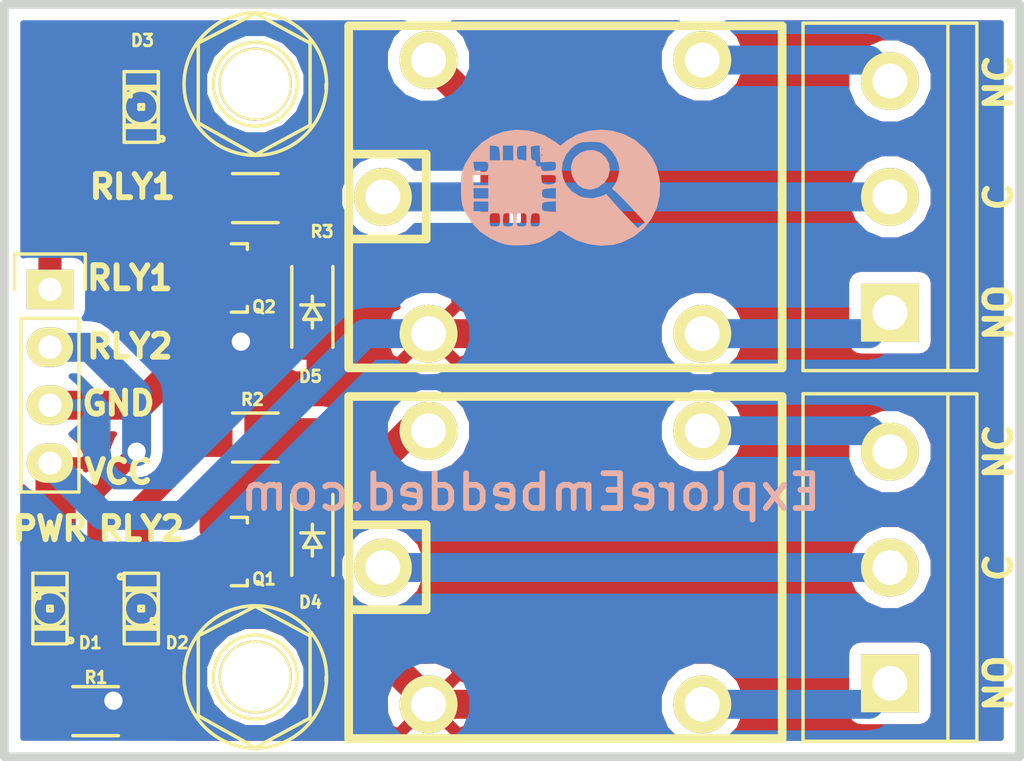
<source format=kicad_pcb>
(kicad_pcb (version 4) (host pcbnew "(2015-01-16 BZR 5376)-product")

  (general
    (links 25)
    (no_connects 0)
    (area 139.809499 51.309499 184.690501 84.690501)
    (thickness 1.6002)
    (drawings 18)
    (tracks 87)
    (zones 0)
    (modules 18)
    (nets 18)
  )

  (page A4)
  (title_block
    (date "11 oct 2014")
  )

  (layers
    (0 Front signal hide)
    (31 Back signal hide)
    (32 B.Adhes user)
    (33 F.Adhes user)
    (34 B.Paste user)
    (35 F.Paste user)
    (36 B.SilkS user)
    (37 F.SilkS user)
    (38 B.Mask user)
    (39 F.Mask user)
    (40 Dwgs.User user)
    (41 Cmts.User user)
    (42 Eco1.User user)
    (43 Eco2.User user)
    (44 Edge.Cuts user)
  )

  (setup
    (last_trace_width 0.2032)
    (user_trace_width 0.762)
    (user_trace_width 0.889)
    (user_trace_width 1.016)
    (user_trace_width 1.143)
    (user_trace_width 1.27)
    (user_trace_width 1.524)
    (trace_clearance 0.254)
    (zone_clearance 0.508)
    (zone_45_only no)
    (trace_min 0.2032)
    (segment_width 0.381)
    (edge_width 0.381)
    (via_size 0.889)
    (via_drill 0.635)
    (via_min_size 0.889)
    (via_min_drill 0.508)
    (user_via 1.21 0.8)
    (uvia_size 0.508)
    (uvia_drill 0.127)
    (uvias_allowed no)
    (uvia_min_size 0.508)
    (uvia_min_drill 0.127)
    (pcb_text_width 0.3048)
    (pcb_text_size 1.524 2.032)
    (mod_edge_width 0.381)
    (mod_text_size 1.524 1.524)
    (mod_text_width 0.3048)
    (pad_size 1.905 1.905)
    (pad_drill 0.8128)
    (pad_to_mask_clearance 0.254)
    (aux_axis_origin 0 0)
    (visible_elements 7FFEFFFF)
    (pcbplotparams
      (layerselection 0x00030_80000001)
      (usegerberextensions true)
      (excludeedgelayer true)
      (linewidth 0.150000)
      (plotframeref false)
      (viasonmask false)
      (mode 1)
      (useauxorigin false)
      (hpglpennumber 1)
      (hpglpenspeed 20)
      (hpglpendiameter 15)
      (hpglpenoverlay 0)
      (psnegative false)
      (psa4output false)
      (plotreference true)
      (plotvalue true)
      (plotinvisibletext false)
      (padsonsilk false)
      (subtractmaskfromsilk false)
      (outputformat 1)
      (mirror false)
      (drillshape 0)
      (scaleselection 1)
      (outputdirectory ""))
  )

  (net 0 "")
  (net 1 GND)
  (net 2 "Net-(D1-Pad2)")
  (net 3 "Net-(D1-Pad1)")
  (net 4 "Net-(D2-Pad2)")
  (net 5 "Net-(D2-Pad1)")
  (net 6 "Net-(D3-Pad2)")
  (net 7 "Net-(D3-Pad1)")
  (net 8 "Net-(D4-Pad1)")
  (net 9 "Net-(D5-Pad1)")
  (net 10 "Net-(K1-Pad2)")
  (net 11 "Net-(K1-Pad3)")
  (net 12 "Net-(K1-Pad4)")
  (net 13 "Net-(K2-Pad2)")
  (net 14 "Net-(K2-Pad3)")
  (net 15 "Net-(K2-Pad4)")
  (net 16 "Net-(Q1-Pad1)")
  (net 17 "Net-(Q2-Pad1)")

  (net_class Default "This is the default net class."
    (clearance 0.254)
    (trace_width 0.2032)
    (via_dia 0.889)
    (via_drill 0.635)
    (uvia_dia 0.508)
    (uvia_drill 0.127)
    (add_net GND)
    (add_net "Net-(D1-Pad1)")
    (add_net "Net-(D1-Pad2)")
    (add_net "Net-(D2-Pad1)")
    (add_net "Net-(D2-Pad2)")
    (add_net "Net-(D3-Pad1)")
    (add_net "Net-(D3-Pad2)")
    (add_net "Net-(D4-Pad1)")
    (add_net "Net-(D5-Pad1)")
    (add_net "Net-(K1-Pad2)")
    (add_net "Net-(K1-Pad3)")
    (add_net "Net-(K1-Pad4)")
    (add_net "Net-(K2-Pad2)")
    (add_net "Net-(K2-Pad3)")
    (add_net "Net-(K2-Pad4)")
    (add_net "Net-(Q1-Pad1)")
    (add_net "Net-(Q2-Pad1)")
  )

  (module EE:XL-RELAY-12 (layer Front) (tedit 56CD9DB8) (tstamp 56D321F3)
    (at 164.592 76.2)
    (path /56CD885F)
    (fp_text reference K1 (at 0 0) (layer F.SilkS) hide
      (effects (font (thickness 0.3048)))
    )
    (fp_text value RELAY1_xl (at 0 0) (layer F.SilkS) hide
      (effects (font (thickness 0.3048)))
    )
    (fp_line (start -6.10108 -1.87452) (end -9.4996 -1.87452) (layer F.SilkS) (width 0.381))
    (fp_line (start -6.10108 -1.87452) (end -6.10108 1.5494) (layer F.SilkS) (width 0.381))
    (fp_line (start -6.10108 1.5494) (end -6.10108 1.84912) (layer F.SilkS) (width 0.381))
    (fp_line (start -6.10108 1.84912) (end -9.4996 1.84912) (layer F.SilkS) (width 0.381))
    (fp_line (start 9.4996 0) (end 9.4996 -7.50062) (layer F.SilkS) (width 0.381))
    (fp_line (start 9.4996 -7.50062) (end -9.4996 -7.50062) (layer F.SilkS) (width 0.381))
    (fp_line (start -9.4996 -7.50062) (end -9.4996 7.50062) (layer F.SilkS) (width 0.381))
    (fp_line (start -9.4996 7.50062) (end 9.4996 7.50062) (layer F.SilkS) (width 0.381))
    (fp_line (start 9.4996 7.50062) (end 9.4996 -0.24892) (layer F.SilkS) (width 0.381))
    (pad 1 thru_hole circle (at -5.99948 -5.99948) (size 2.54 2.54) (drill 1.524) (layers *.Cu *.Mask F.SilkS)
      (net 8 "Net-(D4-Pad1)"))
    (pad 2 thru_hole circle (at -8.001 0) (size 2.54 2.54) (drill 1.524) (layers *.Cu *.Mask F.SilkS)
      (net 10 "Net-(K1-Pad2)"))
    (pad 3 thru_hole circle (at 5.99948 -5.99948) (size 2.54 2.54) (drill 1.524) (layers *.Cu *.Mask F.SilkS)
      (net 11 "Net-(K1-Pad3)"))
    (pad 4 thru_hole circle (at 5.99948 5.99948) (size 2.54 2.54) (drill 1.524) (layers *.Cu *.Mask F.SilkS)
      (net 12 "Net-(K1-Pad4)"))
    (pad 5 thru_hole circle (at -5.99948 5.99948) (size 2.54 2.54) (drill 1.524) (layers *.Cu *.Mask F.SilkS)
      (net 3 "Net-(D1-Pad1)"))
  )

  (module EE:XL-RELAY-12 (layer Front) (tedit 56CD9DA9) (tstamp 56D32204)
    (at 164.592 59.944)
    (path /56CD892C)
    (fp_text reference K2 (at 0 0) (layer F.SilkS) hide
      (effects (font (thickness 0.3048)))
    )
    (fp_text value RELAY1_xl (at 0 0) (layer F.SilkS) hide
      (effects (font (thickness 0.3048)))
    )
    (fp_line (start -6.10108 -1.87452) (end -9.4996 -1.87452) (layer F.SilkS) (width 0.381))
    (fp_line (start -6.10108 -1.87452) (end -6.10108 1.5494) (layer F.SilkS) (width 0.381))
    (fp_line (start -6.10108 1.5494) (end -6.10108 1.84912) (layer F.SilkS) (width 0.381))
    (fp_line (start -6.10108 1.84912) (end -9.4996 1.84912) (layer F.SilkS) (width 0.381))
    (fp_line (start 9.4996 0) (end 9.4996 -7.50062) (layer F.SilkS) (width 0.381))
    (fp_line (start 9.4996 -7.50062) (end -9.4996 -7.50062) (layer F.SilkS) (width 0.381))
    (fp_line (start -9.4996 -7.50062) (end -9.4996 7.50062) (layer F.SilkS) (width 0.381))
    (fp_line (start -9.4996 7.50062) (end 9.4996 7.50062) (layer F.SilkS) (width 0.381))
    (fp_line (start 9.4996 7.50062) (end 9.4996 -0.24892) (layer F.SilkS) (width 0.381))
    (pad 1 thru_hole circle (at -5.99948 -5.99948) (size 2.54 2.54) (drill 1.524) (layers *.Cu *.Mask F.SilkS)
      (net 9 "Net-(D5-Pad1)"))
    (pad 2 thru_hole circle (at -8.001 0) (size 2.54 2.54) (drill 1.524) (layers *.Cu *.Mask F.SilkS)
      (net 13 "Net-(K2-Pad2)"))
    (pad 3 thru_hole circle (at 5.99948 -5.99948) (size 2.54 2.54) (drill 1.524) (layers *.Cu *.Mask F.SilkS)
      (net 14 "Net-(K2-Pad3)"))
    (pad 4 thru_hole circle (at 5.99948 5.99948) (size 2.54 2.54) (drill 1.524) (layers *.Cu *.Mask F.SilkS)
      (net 15 "Net-(K2-Pad4)"))
    (pad 5 thru_hole circle (at -5.99948 5.99948) (size 2.54 2.54) (drill 1.524) (layers *.Cu *.Mask F.SilkS)
      (net 3 "Net-(D1-Pad1)"))
  )

  (module Connect:bornier3 (layer Front) (tedit 56CD9DBD) (tstamp 56D32215)
    (at 178.816 76.2 90)
    (descr "Bornier d'alimentation 3 pins")
    (tags DEV)
    (path /51B6AAA2)
    (fp_text reference K3 (at 0 -5.08 90) (layer F.SilkS) hide
      (effects (font (size 1 1) (thickness 0.15)))
    )
    (fp_text value CONN_3 (at 0 5.08 90) (layer F.SilkS) hide
      (effects (font (size 1 1) (thickness 0.15)))
    )
    (fp_line (start -7.62 3.81) (end -7.62 -3.81) (layer F.SilkS) (width 0.15))
    (fp_line (start 7.62 3.81) (end 7.62 -3.81) (layer F.SilkS) (width 0.15))
    (fp_line (start -7.62 2.54) (end 7.62 2.54) (layer F.SilkS) (width 0.15))
    (fp_line (start -7.62 -3.81) (end 7.62 -3.81) (layer F.SilkS) (width 0.15))
    (fp_line (start -7.62 3.81) (end 7.62 3.81) (layer F.SilkS) (width 0.15))
    (pad 1 thru_hole rect (at -5.08 0 90) (size 2.54 2.54) (drill 1.524) (layers *.Cu *.Mask F.SilkS)
      (net 12 "Net-(K1-Pad4)"))
    (pad 2 thru_hole circle (at 0 0 90) (size 2.54 2.54) (drill 1.524) (layers *.Cu *.Mask F.SilkS)
      (net 10 "Net-(K1-Pad2)"))
    (pad 3 thru_hole circle (at 5.08 0 90) (size 2.54 2.54) (drill 1.524) (layers *.Cu *.Mask F.SilkS)
      (net 11 "Net-(K1-Pad3)"))
    (model Connect.3dshapes/bornier3.wrl
      (at (xyz 0 0 0))
      (scale (xyz 1 1 1))
      (rotate (xyz 0 0 0))
    )
  )

  (module Connect:bornier3 (layer Front) (tedit 56CD9DB1) (tstamp 56D32220)
    (at 178.816 59.944 90)
    (descr "Bornier d'alimentation 3 pins")
    (tags DEV)
    (path /51B6AAA1)
    (fp_text reference K4 (at 0 -5.08 90) (layer F.SilkS) hide
      (effects (font (size 1 1) (thickness 0.15)))
    )
    (fp_text value CONN_3 (at 0 5.08 90) (layer F.SilkS) hide
      (effects (font (size 1 1) (thickness 0.15)))
    )
    (fp_line (start -7.62 3.81) (end -7.62 -3.81) (layer F.SilkS) (width 0.15))
    (fp_line (start 7.62 3.81) (end 7.62 -3.81) (layer F.SilkS) (width 0.15))
    (fp_line (start -7.62 2.54) (end 7.62 2.54) (layer F.SilkS) (width 0.15))
    (fp_line (start -7.62 -3.81) (end 7.62 -3.81) (layer F.SilkS) (width 0.15))
    (fp_line (start -7.62 3.81) (end 7.62 3.81) (layer F.SilkS) (width 0.15))
    (pad 1 thru_hole rect (at -5.08 0 90) (size 2.54 2.54) (drill 1.524) (layers *.Cu *.Mask F.SilkS)
      (net 15 "Net-(K2-Pad4)"))
    (pad 2 thru_hole circle (at 0 0 90) (size 2.54 2.54) (drill 1.524) (layers *.Cu *.Mask F.SilkS)
      (net 13 "Net-(K2-Pad2)"))
    (pad 3 thru_hole circle (at 5.08 0 90) (size 2.54 2.54) (drill 1.524) (layers *.Cu *.Mask F.SilkS)
      (net 14 "Net-(K2-Pad3)"))
    (model Connect.3dshapes/bornier3.wrl
      (at (xyz 0 0 0))
      (scale (xyz 1 1 1))
      (rotate (xyz 0 0 0))
    )
  )

  (module EE:M3_mounting (layer Front) (tedit 56CD95F5) (tstamp 56D32238)
    (at 151 55)
    (path /56CD8A47)
    (fp_text reference P2 (at -4.5 0) (layer F.SilkS) hide
      (effects (font (size 1 1) (thickness 0.15)))
    )
    (fp_text value CONN_01X01 (at 0.25 4) (layer F.Fab) hide
      (effects (font (size 1 1) (thickness 0.15)))
    )
    (fp_line (start 0 3.1) (end 2.4 1.8) (layer F.SilkS) (width 0.15))
    (fp_line (start -2.5 1.7) (end 0 3.1) (layer F.SilkS) (width 0.15))
    (fp_line (start -2.5 -1.8) (end 0 -3.1) (layer F.SilkS) (width 0.15))
    (fp_line (start -2.5 1.8) (end -2.5 -1.8) (layer F.SilkS) (width 0.15))
    (fp_line (start 2.4 -1.8) (end 0 -3.1) (layer F.SilkS) (width 0.15))
    (fp_line (start 2.4 1.8) (end 2.4 -1.9) (layer F.SilkS) (width 0.15))
    (fp_circle (center 0 0) (end 2 2.4) (layer F.SilkS) (width 0.15))
    (fp_line (start 3.1 0) (end 3.1 0.2) (layer F.SilkS) (width 0.15))
    (fp_circle (center 0 0) (end 1.3 1.3) (layer F.SilkS) (width 0.15))
    (pad "" np_thru_hole circle (at 0 0) (size 3.2 3.2) (drill 3) (layers *.Cu *.Mask F.SilkS))
  )

  (module EE:M3_mounting (layer Front) (tedit 56CD95FA) (tstamp 56D32246)
    (at 151 81)
    (path /56CD89CA)
    (fp_text reference P3 (at 0.2 -3.9) (layer F.SilkS) hide
      (effects (font (size 1 1) (thickness 0.15)))
    )
    (fp_text value CONN_01X01 (at 1 2.5) (layer F.Fab) hide
      (effects (font (size 1 1) (thickness 0.15)))
    )
    (fp_line (start 0 3.1) (end 2.4 1.8) (layer F.SilkS) (width 0.15))
    (fp_line (start -2.5 1.7) (end 0 3.1) (layer F.SilkS) (width 0.15))
    (fp_line (start -2.5 -1.8) (end 0 -3.1) (layer F.SilkS) (width 0.15))
    (fp_line (start -2.5 1.8) (end -2.5 -1.8) (layer F.SilkS) (width 0.15))
    (fp_line (start 2.4 -1.8) (end 0 -3.1) (layer F.SilkS) (width 0.15))
    (fp_line (start 2.4 1.8) (end 2.4 -1.9) (layer F.SilkS) (width 0.15))
    (fp_circle (center 0 0) (end 2 2.4) (layer F.SilkS) (width 0.15))
    (fp_line (start 3.1 0) (end 3.1 0.2) (layer F.SilkS) (width 0.15))
    (fp_circle (center 0 0) (end 1.3 1.3) (layer F.SilkS) (width 0.15))
    (pad "" np_thru_hole circle (at 0 0) (size 3.2 3.2) (drill 3) (layers *.Cu *.Mask F.SilkS))
  )

  (module EE:LED-1206_NEW (layer Front) (tedit 578F662B) (tstamp 578F5B6A)
    (at 142 78 270)
    (descr "LED 1206 smd package")
    (tags "LED1206 SMD")
    (path /51B6AA95)
    (attr smd)
    (fp_text reference D1 (at 1.502 -1.764 360) (layer F.SilkS)
      (effects (font (size 0.508 0.508) (thickness 0.127)))
    )
    (fp_text value LED (at 0 1.65 270) (layer F.Fab) hide
      (effects (font (size 1 1) (thickness 0.15)))
    )
    (fp_circle (center 1.4 -0.9) (end 1.4 -1) (layer F.SilkS) (width 0.15))
    (fp_line (start 0.09906 0.09906) (end -0.09906 0.09906) (layer F.SilkS) (width 0.15))
    (fp_line (start -0.09906 0.09906) (end -0.09906 -0.09906) (layer F.SilkS) (width 0.15))
    (fp_line (start 0.09906 -0.09906) (end -0.09906 -0.09906) (layer F.SilkS) (width 0.15))
    (fp_line (start 0.09906 0.09906) (end 0.09906 -0.09906) (layer F.SilkS) (width 0.15))
    (fp_line (start -0.44958 0.6985) (end -0.79756 0.6985) (layer F.SilkS) (width 0.15))
    (fp_line (start -0.79756 0.6985) (end -0.79756 0.44958) (layer F.SilkS) (width 0.15))
    (fp_line (start -0.44958 0.44958) (end -0.79756 0.44958) (layer F.SilkS) (width 0.15))
    (fp_line (start -0.44958 0.6985) (end -0.44958 0.44958) (layer F.SilkS) (width 0.15))
    (fp_line (start -0.79756 0.6985) (end -0.89916 0.6985) (layer F.SilkS) (width 0.15))
    (fp_line (start -0.89916 0.6985) (end -0.89916 -0.49784) (layer F.SilkS) (width 0.15))
    (fp_line (start -0.79756 -0.49784) (end -0.89916 -0.49784) (layer F.SilkS) (width 0.15))
    (fp_line (start -0.79756 0.6985) (end -0.79756 -0.49784) (layer F.SilkS) (width 0.15))
    (fp_line (start -0.79756 -0.54864) (end -0.89916 -0.54864) (layer F.SilkS) (width 0.15))
    (fp_line (start -0.89916 -0.54864) (end -0.89916 -0.6985) (layer F.SilkS) (width 0.15))
    (fp_line (start -0.79756 -0.6985) (end -0.89916 -0.6985) (layer F.SilkS) (width 0.15))
    (fp_line (start -0.79756 -0.54864) (end -0.79756 -0.6985) (layer F.SilkS) (width 0.15))
    (fp_line (start 0.89916 0.6985) (end 0.79756 0.6985) (layer F.SilkS) (width 0.15))
    (fp_line (start 0.79756 0.6985) (end 0.79756 -0.49784) (layer F.SilkS) (width 0.15))
    (fp_line (start 0.89916 -0.49784) (end 0.79756 -0.49784) (layer F.SilkS) (width 0.15))
    (fp_line (start 0.89916 0.6985) (end 0.89916 -0.49784) (layer F.SilkS) (width 0.15))
    (fp_line (start 0.89916 -0.54864) (end 0.79756 -0.54864) (layer F.SilkS) (width 0.15))
    (fp_line (start 0.79756 -0.54864) (end 0.79756 -0.6985) (layer F.SilkS) (width 0.15))
    (fp_line (start 0.89916 -0.6985) (end 0.79756 -0.6985) (layer F.SilkS) (width 0.15))
    (fp_line (start 0.89916 -0.54864) (end 0.89916 -0.6985) (layer F.SilkS) (width 0.15))
    (fp_line (start -0.44958 0.6985) (end -0.59944 0.6985) (layer F.SilkS) (width 0.15))
    (fp_line (start -0.59944 0.6985) (end -0.59944 0.44958) (layer F.SilkS) (width 0.15))
    (fp_line (start -0.44958 0.44958) (end -0.59944 0.44958) (layer F.SilkS) (width 0.15))
    (fp_line (start -0.44958 0.6985) (end -0.44958 0.44958) (layer F.SilkS) (width 0.15))
    (fp_line (start -1.5494 0.7493) (end 1.5494 0.7493) (layer F.SilkS) (width 0.15))
    (fp_line (start 1.5494 0.7493) (end 1.5494 -0.7493) (layer F.SilkS) (width 0.15))
    (fp_line (start 1.5494 -0.7493) (end -1.5494 -0.7493) (layer F.SilkS) (width 0.15))
    (fp_line (start -1.5494 -0.7493) (end -1.5494 0.7493) (layer F.SilkS) (width 0.15))
    (fp_arc (start 0 0) (end -0.54864 0.49784) (angle -95.4) (layer F.SilkS) (width 0.15))
    (fp_arc (start 0 0) (end 0.54864 0.49784) (angle -84.5) (layer F.SilkS) (width 0.15))
    (fp_arc (start 0 0) (end 0.54864 -0.49784) (angle -95.4) (layer F.SilkS) (width 0.15))
    (fp_arc (start 0 0) (end -0.54864 -0.49784) (angle -84.5) (layer F.SilkS) (width 0.15))
    (pad 2 smd rect (at 1.41986 0 90) (size 1.59766 1.80086) (layers Front F.Paste F.Mask)
      (net 2 "Net-(D1-Pad2)"))
    (pad 1 smd rect (at -1.41986 0 90) (size 1.59766 1.80086) (layers Front F.Paste F.Mask)
      (net 3 "Net-(D1-Pad1)"))
  )

  (module EE:LED-1206_NEW (layer Front) (tedit 578F661F) (tstamp 578F5B94)
    (at 146 78 90)
    (descr "LED 1206 smd package")
    (tags "LED1206 SMD")
    (path /51B6AAA5)
    (attr smd)
    (fp_text reference D2 (at -1.502 1.574 180) (layer F.SilkS)
      (effects (font (size 0.508 0.508) (thickness 0.127)))
    )
    (fp_text value LED (at 0 1.65 90) (layer F.Fab) hide
      (effects (font (size 1 1) (thickness 0.15)))
    )
    (fp_circle (center 1.4 -0.9) (end 1.4 -1) (layer F.SilkS) (width 0.15))
    (fp_line (start 0.09906 0.09906) (end -0.09906 0.09906) (layer F.SilkS) (width 0.15))
    (fp_line (start -0.09906 0.09906) (end -0.09906 -0.09906) (layer F.SilkS) (width 0.15))
    (fp_line (start 0.09906 -0.09906) (end -0.09906 -0.09906) (layer F.SilkS) (width 0.15))
    (fp_line (start 0.09906 0.09906) (end 0.09906 -0.09906) (layer F.SilkS) (width 0.15))
    (fp_line (start -0.44958 0.6985) (end -0.79756 0.6985) (layer F.SilkS) (width 0.15))
    (fp_line (start -0.79756 0.6985) (end -0.79756 0.44958) (layer F.SilkS) (width 0.15))
    (fp_line (start -0.44958 0.44958) (end -0.79756 0.44958) (layer F.SilkS) (width 0.15))
    (fp_line (start -0.44958 0.6985) (end -0.44958 0.44958) (layer F.SilkS) (width 0.15))
    (fp_line (start -0.79756 0.6985) (end -0.89916 0.6985) (layer F.SilkS) (width 0.15))
    (fp_line (start -0.89916 0.6985) (end -0.89916 -0.49784) (layer F.SilkS) (width 0.15))
    (fp_line (start -0.79756 -0.49784) (end -0.89916 -0.49784) (layer F.SilkS) (width 0.15))
    (fp_line (start -0.79756 0.6985) (end -0.79756 -0.49784) (layer F.SilkS) (width 0.15))
    (fp_line (start -0.79756 -0.54864) (end -0.89916 -0.54864) (layer F.SilkS) (width 0.15))
    (fp_line (start -0.89916 -0.54864) (end -0.89916 -0.6985) (layer F.SilkS) (width 0.15))
    (fp_line (start -0.79756 -0.6985) (end -0.89916 -0.6985) (layer F.SilkS) (width 0.15))
    (fp_line (start -0.79756 -0.54864) (end -0.79756 -0.6985) (layer F.SilkS) (width 0.15))
    (fp_line (start 0.89916 0.6985) (end 0.79756 0.6985) (layer F.SilkS) (width 0.15))
    (fp_line (start 0.79756 0.6985) (end 0.79756 -0.49784) (layer F.SilkS) (width 0.15))
    (fp_line (start 0.89916 -0.49784) (end 0.79756 -0.49784) (layer F.SilkS) (width 0.15))
    (fp_line (start 0.89916 0.6985) (end 0.89916 -0.49784) (layer F.SilkS) (width 0.15))
    (fp_line (start 0.89916 -0.54864) (end 0.79756 -0.54864) (layer F.SilkS) (width 0.15))
    (fp_line (start 0.79756 -0.54864) (end 0.79756 -0.6985) (layer F.SilkS) (width 0.15))
    (fp_line (start 0.89916 -0.6985) (end 0.79756 -0.6985) (layer F.SilkS) (width 0.15))
    (fp_line (start 0.89916 -0.54864) (end 0.89916 -0.6985) (layer F.SilkS) (width 0.15))
    (fp_line (start -0.44958 0.6985) (end -0.59944 0.6985) (layer F.SilkS) (width 0.15))
    (fp_line (start -0.59944 0.6985) (end -0.59944 0.44958) (layer F.SilkS) (width 0.15))
    (fp_line (start -0.44958 0.44958) (end -0.59944 0.44958) (layer F.SilkS) (width 0.15))
    (fp_line (start -0.44958 0.6985) (end -0.44958 0.44958) (layer F.SilkS) (width 0.15))
    (fp_line (start -1.5494 0.7493) (end 1.5494 0.7493) (layer F.SilkS) (width 0.15))
    (fp_line (start 1.5494 0.7493) (end 1.5494 -0.7493) (layer F.SilkS) (width 0.15))
    (fp_line (start 1.5494 -0.7493) (end -1.5494 -0.7493) (layer F.SilkS) (width 0.15))
    (fp_line (start -1.5494 -0.7493) (end -1.5494 0.7493) (layer F.SilkS) (width 0.15))
    (fp_arc (start 0 0) (end -0.54864 0.49784) (angle -95.4) (layer F.SilkS) (width 0.15))
    (fp_arc (start 0 0) (end 0.54864 0.49784) (angle -84.5) (layer F.SilkS) (width 0.15))
    (fp_arc (start 0 0) (end 0.54864 -0.49784) (angle -95.4) (layer F.SilkS) (width 0.15))
    (fp_arc (start 0 0) (end -0.54864 -0.49784) (angle -84.5) (layer F.SilkS) (width 0.15))
    (pad 2 smd rect (at 1.41986 0 270) (size 1.59766 1.80086) (layers Front F.Paste F.Mask)
      (net 4 "Net-(D2-Pad2)"))
    (pad 1 smd rect (at -1.41986 0 270) (size 1.59766 1.80086) (layers Front F.Paste F.Mask)
      (net 5 "Net-(D2-Pad1)"))
  )

  (module EE:LED-1206_NEW (layer Front) (tedit 578F65E8) (tstamp 578F5BBE)
    (at 146 56 270)
    (descr "LED 1206 smd package")
    (tags "LED1206 SMD")
    (path /51B6AAA7)
    (attr smd)
    (fp_text reference D3 (at -2.914 -0.05 360) (layer F.SilkS)
      (effects (font (size 0.508 0.508) (thickness 0.127)))
    )
    (fp_text value LED (at 0 1.65 270) (layer F.Fab) hide
      (effects (font (size 1 1) (thickness 0.15)))
    )
    (fp_circle (center 1.4 -0.9) (end 1.4 -1) (layer F.SilkS) (width 0.15))
    (fp_line (start 0.09906 0.09906) (end -0.09906 0.09906) (layer F.SilkS) (width 0.15))
    (fp_line (start -0.09906 0.09906) (end -0.09906 -0.09906) (layer F.SilkS) (width 0.15))
    (fp_line (start 0.09906 -0.09906) (end -0.09906 -0.09906) (layer F.SilkS) (width 0.15))
    (fp_line (start 0.09906 0.09906) (end 0.09906 -0.09906) (layer F.SilkS) (width 0.15))
    (fp_line (start -0.44958 0.6985) (end -0.79756 0.6985) (layer F.SilkS) (width 0.15))
    (fp_line (start -0.79756 0.6985) (end -0.79756 0.44958) (layer F.SilkS) (width 0.15))
    (fp_line (start -0.44958 0.44958) (end -0.79756 0.44958) (layer F.SilkS) (width 0.15))
    (fp_line (start -0.44958 0.6985) (end -0.44958 0.44958) (layer F.SilkS) (width 0.15))
    (fp_line (start -0.79756 0.6985) (end -0.89916 0.6985) (layer F.SilkS) (width 0.15))
    (fp_line (start -0.89916 0.6985) (end -0.89916 -0.49784) (layer F.SilkS) (width 0.15))
    (fp_line (start -0.79756 -0.49784) (end -0.89916 -0.49784) (layer F.SilkS) (width 0.15))
    (fp_line (start -0.79756 0.6985) (end -0.79756 -0.49784) (layer F.SilkS) (width 0.15))
    (fp_line (start -0.79756 -0.54864) (end -0.89916 -0.54864) (layer F.SilkS) (width 0.15))
    (fp_line (start -0.89916 -0.54864) (end -0.89916 -0.6985) (layer F.SilkS) (width 0.15))
    (fp_line (start -0.79756 -0.6985) (end -0.89916 -0.6985) (layer F.SilkS) (width 0.15))
    (fp_line (start -0.79756 -0.54864) (end -0.79756 -0.6985) (layer F.SilkS) (width 0.15))
    (fp_line (start 0.89916 0.6985) (end 0.79756 0.6985) (layer F.SilkS) (width 0.15))
    (fp_line (start 0.79756 0.6985) (end 0.79756 -0.49784) (layer F.SilkS) (width 0.15))
    (fp_line (start 0.89916 -0.49784) (end 0.79756 -0.49784) (layer F.SilkS) (width 0.15))
    (fp_line (start 0.89916 0.6985) (end 0.89916 -0.49784) (layer F.SilkS) (width 0.15))
    (fp_line (start 0.89916 -0.54864) (end 0.79756 -0.54864) (layer F.SilkS) (width 0.15))
    (fp_line (start 0.79756 -0.54864) (end 0.79756 -0.6985) (layer F.SilkS) (width 0.15))
    (fp_line (start 0.89916 -0.6985) (end 0.79756 -0.6985) (layer F.SilkS) (width 0.15))
    (fp_line (start 0.89916 -0.54864) (end 0.89916 -0.6985) (layer F.SilkS) (width 0.15))
    (fp_line (start -0.44958 0.6985) (end -0.59944 0.6985) (layer F.SilkS) (width 0.15))
    (fp_line (start -0.59944 0.6985) (end -0.59944 0.44958) (layer F.SilkS) (width 0.15))
    (fp_line (start -0.44958 0.44958) (end -0.59944 0.44958) (layer F.SilkS) (width 0.15))
    (fp_line (start -0.44958 0.6985) (end -0.44958 0.44958) (layer F.SilkS) (width 0.15))
    (fp_line (start -1.5494 0.7493) (end 1.5494 0.7493) (layer F.SilkS) (width 0.15))
    (fp_line (start 1.5494 0.7493) (end 1.5494 -0.7493) (layer F.SilkS) (width 0.15))
    (fp_line (start 1.5494 -0.7493) (end -1.5494 -0.7493) (layer F.SilkS) (width 0.15))
    (fp_line (start -1.5494 -0.7493) (end -1.5494 0.7493) (layer F.SilkS) (width 0.15))
    (fp_arc (start 0 0) (end -0.54864 0.49784) (angle -95.4) (layer F.SilkS) (width 0.15))
    (fp_arc (start 0 0) (end 0.54864 0.49784) (angle -84.5) (layer F.SilkS) (width 0.15))
    (fp_arc (start 0 0) (end 0.54864 -0.49784) (angle -95.4) (layer F.SilkS) (width 0.15))
    (fp_arc (start 0 0) (end -0.54864 -0.49784) (angle -84.5) (layer F.SilkS) (width 0.15))
    (pad 2 smd rect (at 1.41986 0 90) (size 1.59766 1.80086) (layers Front F.Paste F.Mask)
      (net 6 "Net-(D3-Pad2)"))
    (pad 1 smd rect (at -1.41986 0 90) (size 1.59766 1.80086) (layers Front F.Paste F.Mask)
      (net 7 "Net-(D3-Pad1)"))
  )

  (module Diodes_SMD:SOD-123 (layer Front) (tedit 578F6613) (tstamp 578F5BE8)
    (at 153.5 75 270)
    (descr SOD-123)
    (tags SOD-123)
    (path /51B6AAAB)
    (attr smd)
    (fp_text reference D4 (at 2.724 0.084 360) (layer F.SilkS)
      (effects (font (size 0.508 0.508) (thickness 0.127)))
    )
    (fp_text value IN4007 (at 0 2.1 270) (layer F.SilkS) hide
      (effects (font (size 1 1) (thickness 0.15)))
    )
    (fp_line (start 0.3175 0) (end 0.6985 0) (layer F.SilkS) (width 0.15))
    (fp_line (start -0.6985 0) (end -0.3175 0) (layer F.SilkS) (width 0.15))
    (fp_line (start -0.3175 0) (end 0.3175 -0.381) (layer F.SilkS) (width 0.15))
    (fp_line (start 0.3175 -0.381) (end 0.3175 0.381) (layer F.SilkS) (width 0.15))
    (fp_line (start 0.3175 0.381) (end -0.3175 0) (layer F.SilkS) (width 0.15))
    (fp_line (start -0.3175 -0.508) (end -0.3175 0.508) (layer F.SilkS) (width 0.15))
    (fp_line (start -2.25 -1.05) (end 2.25 -1.05) (layer F.CrtYd) (width 0.05))
    (fp_line (start 2.25 -1.05) (end 2.25 1.05) (layer F.CrtYd) (width 0.05))
    (fp_line (start 2.25 1.05) (end -2.25 1.05) (layer F.CrtYd) (width 0.05))
    (fp_line (start -2.25 -1.05) (end -2.25 1.05) (layer F.CrtYd) (width 0.05))
    (fp_line (start -2 0.9) (end 1.54 0.9) (layer F.SilkS) (width 0.15))
    (fp_line (start -2 -0.9) (end 1.54 -0.9) (layer F.SilkS) (width 0.15))
    (pad 1 smd rect (at -1.635 0 270) (size 0.91 1.22) (layers Front F.Paste F.Mask)
      (net 8 "Net-(D4-Pad1)"))
    (pad 2 smd rect (at 1.635 0 270) (size 0.91 1.22) (layers Front F.Paste F.Mask)
      (net 3 "Net-(D1-Pad1)"))
  )

  (module Diodes_SMD:SOD-123 (layer Front) (tedit 578F65FD) (tstamp 578F5BF9)
    (at 153.5 65 270)
    (descr SOD-123)
    (tags SOD-123)
    (path /51B6AAAA)
    (attr smd)
    (fp_text reference D5 (at 2.818 0.084 360) (layer F.SilkS)
      (effects (font (size 0.508 0.508) (thickness 0.127)))
    )
    (fp_text value IN4007 (at 0 2.1 270) (layer F.SilkS) hide
      (effects (font (size 1 1) (thickness 0.15)))
    )
    (fp_line (start 0.3175 0) (end 0.6985 0) (layer F.SilkS) (width 0.15))
    (fp_line (start -0.6985 0) (end -0.3175 0) (layer F.SilkS) (width 0.15))
    (fp_line (start -0.3175 0) (end 0.3175 -0.381) (layer F.SilkS) (width 0.15))
    (fp_line (start 0.3175 -0.381) (end 0.3175 0.381) (layer F.SilkS) (width 0.15))
    (fp_line (start 0.3175 0.381) (end -0.3175 0) (layer F.SilkS) (width 0.15))
    (fp_line (start -0.3175 -0.508) (end -0.3175 0.508) (layer F.SilkS) (width 0.15))
    (fp_line (start -2.25 -1.05) (end 2.25 -1.05) (layer F.CrtYd) (width 0.05))
    (fp_line (start 2.25 -1.05) (end 2.25 1.05) (layer F.CrtYd) (width 0.05))
    (fp_line (start 2.25 1.05) (end -2.25 1.05) (layer F.CrtYd) (width 0.05))
    (fp_line (start -2.25 -1.05) (end -2.25 1.05) (layer F.CrtYd) (width 0.05))
    (fp_line (start -2 0.9) (end 1.54 0.9) (layer F.SilkS) (width 0.15))
    (fp_line (start -2 -0.9) (end 1.54 -0.9) (layer F.SilkS) (width 0.15))
    (pad 1 smd rect (at -1.635 0 270) (size 0.91 1.22) (layers Front F.Paste F.Mask)
      (net 9 "Net-(D5-Pad1)"))
    (pad 2 smd rect (at 1.635 0 270) (size 0.91 1.22) (layers Front F.Paste F.Mask)
      (net 3 "Net-(D1-Pad1)"))
  )

  (module Pin_Headers:Pin_Header_Straight_1x04 (layer Front) (tedit 578F65D7) (tstamp 578F5C0A)
    (at 142 64)
    (descr "Through hole pin header")
    (tags "pin header")
    (path /51B6AADE)
    (fp_text reference P1 (at 0 -5.1) (layer F.SilkS) hide
      (effects (font (size 1 1) (thickness 0.15)))
    )
    (fp_text value CONN_4 (at 2.272 -3.294) (layer F.SilkS) hide
      (effects (font (size 1 1) (thickness 0.15)))
    )
    (fp_line (start -1.75 -1.75) (end -1.75 9.4) (layer F.CrtYd) (width 0.05))
    (fp_line (start 1.75 -1.75) (end 1.75 9.4) (layer F.CrtYd) (width 0.05))
    (fp_line (start -1.75 -1.75) (end 1.75 -1.75) (layer F.CrtYd) (width 0.05))
    (fp_line (start -1.75 9.4) (end 1.75 9.4) (layer F.CrtYd) (width 0.05))
    (fp_line (start -1.27 1.27) (end -1.27 8.89) (layer F.SilkS) (width 0.15))
    (fp_line (start 1.27 1.27) (end 1.27 8.89) (layer F.SilkS) (width 0.15))
    (fp_line (start 1.55 -1.55) (end 1.55 0) (layer F.SilkS) (width 0.15))
    (fp_line (start -1.27 8.89) (end 1.27 8.89) (layer F.SilkS) (width 0.15))
    (fp_line (start 1.27 1.27) (end -1.27 1.27) (layer F.SilkS) (width 0.15))
    (fp_line (start -1.55 0) (end -1.55 -1.55) (layer F.SilkS) (width 0.15))
    (fp_line (start -1.55 -1.55) (end 1.55 -1.55) (layer F.SilkS) (width 0.15))
    (pad 1 thru_hole rect (at 0 0) (size 2.032 1.7272) (drill 1.016) (layers *.Cu *.Mask F.SilkS)
      (net 7 "Net-(D3-Pad1)"))
    (pad 2 thru_hole oval (at 0 2.54) (size 2.032 1.7272) (drill 1.016) (layers *.Cu *.Mask F.SilkS)
      (net 5 "Net-(D2-Pad1)"))
    (pad 3 thru_hole oval (at 0 5.08) (size 2.032 1.7272) (drill 1.016) (layers *.Cu *.Mask F.SilkS)
      (net 1 GND))
    (pad 4 thru_hole oval (at 0 7.62) (size 2.032 1.7272) (drill 1.016) (layers *.Cu *.Mask F.SilkS)
      (net 3 "Net-(D1-Pad1)"))
    (model Pin_Headers.3dshapes/Pin_Header_Straight_1x04.wrl
      (at (xyz 0 -0.15 0))
      (scale (xyz 1 1 1))
      (rotate (xyz 0 0 90))
    )
  )

  (module TO_SOT_Packages_SMD:SOT-23 (layer Front) (tedit 578F6607) (tstamp 578F5C1C)
    (at 150 75.5 270)
    (descr "SOT-23, Standard")
    (tags SOT-23)
    (path /578F3323)
    (attr smd)
    (fp_text reference Q1 (at 1.208 -1.384 360) (layer F.SilkS)
      (effects (font (size 0.508 0.508) (thickness 0.127)))
    )
    (fp_text value BC849 (at 0 2.3 270) (layer F.SilkS) hide
      (effects (font (size 1 1) (thickness 0.15)))
    )
    (fp_line (start -1.65 -1.6) (end 1.65 -1.6) (layer F.CrtYd) (width 0.05))
    (fp_line (start 1.65 -1.6) (end 1.65 1.6) (layer F.CrtYd) (width 0.05))
    (fp_line (start 1.65 1.6) (end -1.65 1.6) (layer F.CrtYd) (width 0.05))
    (fp_line (start -1.65 1.6) (end -1.65 -1.6) (layer F.CrtYd) (width 0.05))
    (fp_line (start 1.29916 -0.65024) (end 1.2509 -0.65024) (layer F.SilkS) (width 0.15))
    (fp_line (start -1.49982 0.0508) (end -1.49982 -0.65024) (layer F.SilkS) (width 0.15))
    (fp_line (start -1.49982 -0.65024) (end -1.2509 -0.65024) (layer F.SilkS) (width 0.15))
    (fp_line (start 1.29916 -0.65024) (end 1.49982 -0.65024) (layer F.SilkS) (width 0.15))
    (fp_line (start 1.49982 -0.65024) (end 1.49982 0.0508) (layer F.SilkS) (width 0.15))
    (pad 1 smd rect (at -0.95 1.00076 270) (size 0.8001 0.8001) (layers Front F.Paste F.Mask)
      (net 16 "Net-(Q1-Pad1)"))
    (pad 2 smd rect (at 0.95 1.00076 270) (size 0.8001 0.8001) (layers Front F.Paste F.Mask)
      (net 1 GND))
    (pad 3 smd rect (at 0 -0.99822 270) (size 0.8001 0.8001) (layers Front F.Paste F.Mask)
      (net 8 "Net-(D4-Pad1)"))
    (model TO_SOT_Packages_SMD.3dshapes/SOT-23.wrl
      (at (xyz 0 0 0))
      (scale (xyz 1 1 1))
      (rotate (xyz 0 0 0))
    )
  )

  (module TO_SOT_Packages_SMD:SOT-23 (layer Front) (tedit 578F65F0) (tstamp 578F5C2B)
    (at 150 63.5 270)
    (descr "SOT-23, Standard")
    (tags SOT-23)
    (path /578F35F8)
    (attr smd)
    (fp_text reference Q2 (at 1.27 -1.384 360) (layer F.SilkS)
      (effects (font (size 0.508 0.508) (thickness 0.127)))
    )
    (fp_text value BC849 (at 0 2.3 270) (layer F.SilkS) hide
      (effects (font (size 1 1) (thickness 0.15)))
    )
    (fp_line (start -1.65 -1.6) (end 1.65 -1.6) (layer F.CrtYd) (width 0.05))
    (fp_line (start 1.65 -1.6) (end 1.65 1.6) (layer F.CrtYd) (width 0.05))
    (fp_line (start 1.65 1.6) (end -1.65 1.6) (layer F.CrtYd) (width 0.05))
    (fp_line (start -1.65 1.6) (end -1.65 -1.6) (layer F.CrtYd) (width 0.05))
    (fp_line (start 1.29916 -0.65024) (end 1.2509 -0.65024) (layer F.SilkS) (width 0.15))
    (fp_line (start -1.49982 0.0508) (end -1.49982 -0.65024) (layer F.SilkS) (width 0.15))
    (fp_line (start -1.49982 -0.65024) (end -1.2509 -0.65024) (layer F.SilkS) (width 0.15))
    (fp_line (start 1.29916 -0.65024) (end 1.49982 -0.65024) (layer F.SilkS) (width 0.15))
    (fp_line (start 1.49982 -0.65024) (end 1.49982 0.0508) (layer F.SilkS) (width 0.15))
    (pad 1 smd rect (at -0.95 1.00076 270) (size 0.8001 0.8001) (layers Front F.Paste F.Mask)
      (net 17 "Net-(Q2-Pad1)"))
    (pad 2 smd rect (at 0.95 1.00076 270) (size 0.8001 0.8001) (layers Front F.Paste F.Mask)
      (net 1 GND))
    (pad 3 smd rect (at 0 -0.99822 270) (size 0.8001 0.8001) (layers Front F.Paste F.Mask)
      (net 9 "Net-(D5-Pad1)"))
    (model TO_SOT_Packages_SMD.3dshapes/SOT-23.wrl
      (at (xyz 0 0 0))
      (scale (xyz 1 1 1))
      (rotate (xyz 0 0 0))
    )
  )

  (module Resistors_SMD:R_1206_HandSoldering (layer Front) (tedit 578F6622) (tstamp 578F5C3A)
    (at 144 82.5)
    (descr "Resistor SMD 1206, hand soldering")
    (tags "resistor 1206")
    (path /51B6AA94)
    (attr smd)
    (fp_text reference R1 (at 0.018 -1.474) (layer F.SilkS)
      (effects (font (size 0.508 0.508) (thickness 0.127)))
    )
    (fp_text value 1K (at 0.018 0.812) (layer F.SilkS) hide
      (effects (font (size 1 1) (thickness 0.15)))
    )
    (fp_line (start -3.3 -1.2) (end 3.3 -1.2) (layer F.CrtYd) (width 0.05))
    (fp_line (start -3.3 1.2) (end 3.3 1.2) (layer F.CrtYd) (width 0.05))
    (fp_line (start -3.3 -1.2) (end -3.3 1.2) (layer F.CrtYd) (width 0.05))
    (fp_line (start 3.3 -1.2) (end 3.3 1.2) (layer F.CrtYd) (width 0.05))
    (fp_line (start 1 1.075) (end -1 1.075) (layer F.SilkS) (width 0.15))
    (fp_line (start -1 -1.075) (end 1 -1.075) (layer F.SilkS) (width 0.15))
    (pad 1 smd rect (at -2 0) (size 2 1.7) (layers Front F.Paste F.Mask)
      (net 2 "Net-(D1-Pad2)"))
    (pad 2 smd rect (at 2 0) (size 2 1.7) (layers Front F.Paste F.Mask)
      (net 1 GND))
    (model Resistors_SMD.3dshapes/R_1206_HandSoldering.wrl
      (at (xyz 0 0 0))
      (scale (xyz 1 1 1))
      (rotate (xyz 0 0 0))
    )
  )

  (module Resistors_SMD:R_1206_HandSoldering (layer Front) (tedit 578F65F4) (tstamp 578F5C45)
    (at 151 70.5)
    (descr "Resistor SMD 1206, hand soldering")
    (tags "resistor 1206")
    (path /51B6AA9E)
    (attr smd)
    (fp_text reference R2 (at -0.124 -1.666) (layer F.SilkS)
      (effects (font (size 0.508 0.508) (thickness 0.127)))
    )
    (fp_text value 1K (at 0 2.3) (layer F.SilkS) hide
      (effects (font (size 1 1) (thickness 0.15)))
    )
    (fp_line (start -3.3 -1.2) (end 3.3 -1.2) (layer F.CrtYd) (width 0.05))
    (fp_line (start -3.3 1.2) (end 3.3 1.2) (layer F.CrtYd) (width 0.05))
    (fp_line (start -3.3 -1.2) (end -3.3 1.2) (layer F.CrtYd) (width 0.05))
    (fp_line (start 3.3 -1.2) (end 3.3 1.2) (layer F.CrtYd) (width 0.05))
    (fp_line (start 1 1.075) (end -1 1.075) (layer F.SilkS) (width 0.15))
    (fp_line (start -1 -1.075) (end 1 -1.075) (layer F.SilkS) (width 0.15))
    (pad 1 smd rect (at -2 0) (size 2 1.7) (layers Front F.Paste F.Mask)
      (net 4 "Net-(D2-Pad2)"))
    (pad 2 smd rect (at 2 0) (size 2 1.7) (layers Front F.Paste F.Mask)
      (net 16 "Net-(Q1-Pad1)"))
    (model Resistors_SMD.3dshapes/R_1206_HandSoldering.wrl
      (at (xyz 0 0 0))
      (scale (xyz 1 1 1))
      (rotate (xyz 0 0 0))
    )
  )

  (module Resistors_SMD:R_1206_HandSoldering (layer Front) (tedit 578F65E3) (tstamp 578F5C50)
    (at 151 60)
    (descr "Resistor SMD 1206, hand soldering")
    (tags "resistor 1206")
    (path /51B6AA9D)
    (attr smd)
    (fp_text reference R3 (at 2.924 1.468) (layer F.SilkS)
      (effects (font (size 0.508 0.508) (thickness 0.127)))
    )
    (fp_text value 1K (at 0 2.3) (layer F.SilkS) hide
      (effects (font (size 1 1) (thickness 0.15)))
    )
    (fp_line (start -3.3 -1.2) (end 3.3 -1.2) (layer F.CrtYd) (width 0.05))
    (fp_line (start -3.3 1.2) (end 3.3 1.2) (layer F.CrtYd) (width 0.05))
    (fp_line (start -3.3 -1.2) (end -3.3 1.2) (layer F.CrtYd) (width 0.05))
    (fp_line (start 3.3 -1.2) (end 3.3 1.2) (layer F.CrtYd) (width 0.05))
    (fp_line (start 1 1.075) (end -1 1.075) (layer F.SilkS) (width 0.15))
    (fp_line (start -1 -1.075) (end 1 -1.075) (layer F.SilkS) (width 0.15))
    (pad 1 smd rect (at -2 0) (size 2 1.7) (layers Front F.Paste F.Mask)
      (net 6 "Net-(D3-Pad2)"))
    (pad 2 smd rect (at 2 0) (size 2 1.7) (layers Front F.Paste F.Mask)
      (net 17 "Net-(Q2-Pad1)"))
    (model Resistors_SMD.3dshapes/R_1206_HandSoldering.wrl
      (at (xyz 0 0 0))
      (scale (xyz 1 1 1))
      (rotate (xyz 0 0 0))
    )
  )

  (module Logo_new:Logo_8 (layer Back) (tedit 579307C1) (tstamp 57950B56)
    (at 164.5 59.5 180)
    (path /578F6344)
    (fp_text reference P4 (at 0 0 180) (layer B.SilkS) hide
      (effects (font (size 0.381 0.381) (thickness 0.127)) (justify mirror))
    )
    (fp_text value CONN_01X01 (at 0 0 180) (layer B.SilkS) hide
      (effects (font (size 0.381 0.381) (thickness 0.127)) (justify mirror))
    )
    (fp_poly (pts (xy 4.48564 -0.0635) (xy 4.47802 -0.39116) (xy 4.46278 -0.62484) (xy 4.42722 -0.80518)
      (xy 4.37134 -0.97028) (xy 4.32816 -1.06426) (xy 4.02844 -1.56464) (xy 3.94462 -1.65354)
      (xy 3.94462 1.09728) (xy 3.61696 1.09728) (xy 3.42392 1.09474) (xy 3.32994 1.06934)
      (xy 3.29438 1.0033) (xy 3.2893 0.9144) (xy 3.30708 0.75184) (xy 3.37566 0.6731)
      (xy 3.52552 0.65532) (xy 3.64236 0.6604) (xy 3.81 0.68072) (xy 3.89128 0.73406)
      (xy 3.91922 0.8509) (xy 3.9243 0.889) (xy 3.94462 1.09728) (xy 3.94462 -1.65354)
      (xy 3.937 -1.6637) (xy 3.937 -1.09474) (xy 3.937 -0.87122) (xy 3.937 -0.64516)
      (xy 3.937 -0.51562) (xy 3.937 -0.28956) (xy 3.937 -0.0635) (xy 3.937 0.06604)
      (xy 3.937 0.28956) (xy 3.937 0.51562) (xy 3.61442 0.51562) (xy 3.2893 0.51562)
      (xy 3.2893 0.28956) (xy 3.2893 0.06604) (xy 3.61442 0.06604) (xy 3.937 0.06604)
      (xy 3.937 -0.0635) (xy 3.61442 -0.0635) (xy 3.2893 -0.0635) (xy 3.2893 -0.28956)
      (xy 3.2893 -0.51562) (xy 3.61442 -0.51562) (xy 3.937 -0.51562) (xy 3.937 -0.64516)
      (xy 3.61442 -0.64516) (xy 3.2893 -0.64516) (xy 3.2893 -0.87122) (xy 3.2893 -1.09474)
      (xy 3.61442 -1.09474) (xy 3.937 -1.09474) (xy 3.937 -1.6637) (xy 3.65506 -1.96342)
      (xy 3.2258 -2.25044) (xy 3.2258 -1.45288) (xy 3.2258 1.16078) (xy 3.2258 1.48844)
      (xy 3.2258 1.8161) (xy 3.01752 1.79578) (xy 2.89052 1.77546) (xy 2.82448 1.71958)
      (xy 2.79654 1.59512) (xy 2.78638 1.46812) (xy 2.7686 1.16078) (xy 2.9972 1.16078)
      (xy 3.2258 1.16078) (xy 3.2258 -1.45288) (xy 3.22072 -1.27254) (xy 3.1877 -1.18872)
      (xy 3.10134 -1.16078) (xy 2.99974 -1.16078) (xy 2.86004 -1.16586) (xy 2.79654 -1.2065)
      (xy 2.77622 -1.3208) (xy 2.77622 -1.45288) (xy 2.77876 -1.63068) (xy 2.81178 -1.71196)
      (xy 2.89814 -1.7399) (xy 2.99974 -1.74244) (xy 3.13944 -1.73482) (xy 3.20548 -1.69418)
      (xy 3.22326 -1.57988) (xy 3.2258 -1.45288) (xy 3.2258 -2.25044) (xy 3.19532 -2.2733)
      (xy 2.794 -2.4511) (xy 2.64668 -2.49428) (xy 2.64668 -1.45288) (xy 2.64668 1.16078)
      (xy 2.64668 1.48336) (xy 2.64668 1.80848) (xy 2.42062 1.80848) (xy 2.19456 1.80848)
      (xy 2.19456 1.48336) (xy 2.19456 1.16078) (xy 2.42062 1.16078) (xy 2.64668 1.16078)
      (xy 2.64668 -1.45288) (xy 2.63906 -1.27254) (xy 2.60604 -1.18872) (xy 2.51968 -1.16078)
      (xy 2.42062 -1.16078) (xy 2.28092 -1.16586) (xy 2.21488 -1.2065) (xy 2.19456 -1.3208)
      (xy 2.19456 -1.45288) (xy 2.19964 -1.63068) (xy 2.23266 -1.71196) (xy 2.31902 -1.7399)
      (xy 2.42062 -1.74244) (xy 2.55778 -1.73482) (xy 2.62382 -1.69418) (xy 2.64414 -1.57988)
      (xy 2.64668 -1.45288) (xy 2.64668 -2.49428) (xy 2.55778 -2.52476) (xy 2.34696 -2.5654)
      (xy 2.10058 -2.57556) (xy 2.04978 -2.57302) (xy 2.04978 -1.45288) (xy 2.0447 -1.27254)
      (xy 2.032 -1.2319) (xy 2.032 1.37414) (xy 2.032 1.48336) (xy 2.02692 1.6637)
      (xy 1.99136 1.7526) (xy 1.90246 1.78562) (xy 1.82372 1.79578) (xy 1.61544 1.8161)
      (xy 1.61544 1.48336) (xy 1.61544 1.15316) (xy 1.82372 1.17602) (xy 1.95326 1.1938)
      (xy 2.01168 1.24714) (xy 2.032 1.37414) (xy 2.032 -1.2319) (xy 2.01676 -1.18872)
      (xy 1.9304 -1.16078) (xy 1.83388 -1.16078) (xy 1.69672 -1.16586) (xy 1.63322 -1.20904)
      (xy 1.61544 -1.32334) (xy 1.61544 -1.45288) (xy 1.61798 -1.63068) (xy 1.651 -1.71196)
      (xy 1.73736 -1.7399) (xy 1.8288 -1.74244) (xy 1.96088 -1.73482) (xy 2.02438 -1.6891)
      (xy 2.0447 -1.5748) (xy 2.04978 -1.45288) (xy 2.04978 -2.57302) (xy 1.81864 -2.56794)
      (xy 1.4986 -2.54508) (xy 1.43764 -2.53238) (xy 1.43764 -1.58242) (xy 1.4351 -1.5494)
      (xy 1.4351 1.7272) (xy 1.39192 1.7653) (xy 1.26238 1.79324) (xy 1.24714 1.79324)
      (xy 1.03886 1.8161) (xy 1.02108 1.44272) (xy 1.00076 1.06934) (xy 0.96774 1.07188)
      (xy 0.96774 1.38684) (xy 0.96774 1.64592) (xy 0.93726 1.67894) (xy 0.90424 1.64592)
      (xy 0.93726 1.61544) (xy 0.96774 1.64592) (xy 0.96774 1.38684) (xy 0.93726 1.41986)
      (xy 0.90424 1.38684) (xy 0.93726 1.35382) (xy 0.96774 1.38684) (xy 0.96774 1.07188)
      (xy 0.66294 1.08966) (xy 0.46482 1.09728) (xy 0.36322 1.0795) (xy 0.32766 1.02108)
      (xy 0.32258 0.9144) (xy 0.33274 0.78994) (xy 0.38862 0.72898) (xy 0.52578 0.70358)
      (xy 0.5969 0.6985) (xy 0.80772 0.68834) (xy 0.91948 0.70358) (xy 0.96266 0.75692)
      (xy 0.96774 0.81026) (xy 0.99568 0.89154) (xy 1.016 0.89662) (xy 1.16586 0.9017)
      (xy 1.21666 0.98298) (xy 1.2065 1.03378) (xy 1.20904 1.13538) (xy 1.29794 1.16078)
      (xy 1.37922 1.18618) (xy 1.41224 1.28016) (xy 1.41986 1.41986) (xy 1.4224 1.59766)
      (xy 1.43256 1.71196) (xy 1.4351 1.7272) (xy 1.4351 -1.5494) (xy 1.43002 -1.45288)
      (xy 1.4097 -1.27254) (xy 1.36652 -1.18618) (xy 1.28016 -1.16078) (xy 1.2192 -1.16078)
      (xy 1.1049 -1.1684) (xy 1.05156 -1.2192) (xy 1.03378 -1.3462) (xy 1.03378 -1.45288)
      (xy 1.03632 -1.63068) (xy 1.06934 -1.71196) (xy 1.1557 -1.7399) (xy 1.24206 -1.74244)
      (xy 1.36906 -1.73482) (xy 1.42748 -1.69418) (xy 1.43764 -1.58242) (xy 1.43764 -2.53238)
      (xy 1.2573 -2.50444) (xy 1.03632 -2.43332) (xy 0.97536 -2.40284) (xy 0.97536 0.51562)
      (xy 0.65024 0.51562) (xy 0.4572 0.51308) (xy 0.36068 0.48768) (xy 0.32766 0.42164)
      (xy 0.32258 0.3302) (xy 0.34036 0.19812) (xy 0.41402 0.12954) (xy 0.56642 0.1016)
      (xy 0.7366 0.10414) (xy 0.87884 0.127) (xy 0.9398 0.20574) (xy 0.95504 0.31242)
      (xy 0.97536 0.51562) (xy 0.97536 -2.40284) (xy 0.93726 -2.3876) (xy 0.93726 -0.87122)
      (xy 0.93726 -0.28956) (xy 0.9271 -0.17272) (xy 0.87884 -0.11176) (xy 0.75438 -0.08636)
      (xy 0.62992 -0.0762) (xy 0.32258 -0.05588) (xy 0.32258 -0.28956) (xy 0.32258 -0.52324)
      (xy 0.62992 -0.50292) (xy 0.81534 -0.48514) (xy 0.90424 -0.44958) (xy 0.93218 -0.37084)
      (xy 0.93726 -0.28956) (xy 0.93726 -0.87122) (xy 0.9271 -0.75184) (xy 0.87884 -0.69342)
      (xy 0.75438 -0.66548) (xy 0.62992 -0.65532) (xy 0.32258 -0.63754) (xy 0.32258 -0.87122)
      (xy 0.32258 -1.10236) (xy 0.62992 -1.08458) (xy 0.81534 -1.0668) (xy 0.90424 -1.0287)
      (xy 0.93218 -0.94996) (xy 0.93726 -0.87122) (xy 0.93726 -2.3876) (xy 0.8255 -2.3368)
      (xy 0.59944 -2.21488) (xy 0.41148 -2.0955) (xy 0.29718 -2.00406) (xy 0.22606 -1.93802)
      (xy 0.16002 -1.92278) (xy 0.06604 -1.96342) (xy 0.06604 0.72898) (xy 0.02286 1.0795)
      (xy -0.12192 1.41224) (xy -0.3683 1.70434) (xy -0.50546 1.81356) (xy -0.65532 1.89992)
      (xy -0.81788 1.94818) (xy -1.03886 1.96596) (xy -1.19888 1.9685) (xy -1.45288 1.96342)
      (xy -1.6256 1.94056) (xy -1.76022 1.88214) (xy -1.89992 1.78054) (xy -1.91262 1.77038)
      (xy -2.13106 1.5494) (xy -2.30886 1.27508) (xy -2.42316 0.99568) (xy -2.4511 0.81026)
      (xy -2.42316 0.54864) (xy -2.35458 0.28956) (xy -2.25552 0.08636) (xy -2.2098 0.02794)
      (xy -2.14376 -0.05334) (xy -2.16916 -0.11938) (xy -2.26314 -0.19304) (xy -2.36474 -0.28448)
      (xy -2.53238 -0.44958) (xy -2.74066 -0.66294) (xy -2.96926 -0.90678) (xy -2.9972 -0.93726)
      (xy -3.57378 -1.56464) (xy -3.41884 -1.6891) (xy -3.2639 -1.8161) (xy -2.83972 -1.37668)
      (xy -2.61366 -1.13538) (xy -2.38506 -0.89154) (xy -2.19456 -0.67818) (xy -2.15138 -0.62738)
      (xy -1.88722 -0.32004) (xy -1.65608 -0.4191) (xy -1.28016 -0.508) (xy -0.89662 -0.47244)
      (xy -0.7239 -0.41656) (xy -0.38608 -0.21336) (xy -0.14224 0.06096) (xy 0.01016 0.381)
      (xy 0.06604 0.72898) (xy 0.06604 -1.96342) (xy 0.0635 -1.96596) (xy -0.1016 -2.07772)
      (xy -0.11684 -2.09296) (xy -0.58928 -2.35458) (xy -1.11252 -2.51968) (xy -1.65608 -2.58572)
      (xy -2.18694 -2.54762) (xy -2.58064 -2.4384) (xy -3.09372 -2.17932) (xy -3.52552 -1.83134)
      (xy -3.8608 -1.40716) (xy -4.09702 -0.92202) (xy -4.22656 -0.3937) (xy -4.23926 0.17018)
      (xy -4.19608 0.46482) (xy -4.08432 0.88392) (xy -3.9116 1.24206) (xy -3.6576 1.58242)
      (xy -3.54076 1.71196) (xy -3.13436 2.05486) (xy -2.66446 2.30632) (xy -2.15646 2.45364)
      (xy -1.63068 2.50444) (xy -1.10998 2.4511) (xy -0.61214 2.29616) (xy -0.16256 2.03708)
      (xy -0.06096 1.9558) (xy 0.127 1.79832) (xy 0.33782 1.9558) (xy 0.80264 2.24028)
      (xy 1.3208 2.42062) (xy 1.54178 2.4638) (xy 2.10312 2.49936) (xy 2.64414 2.41046)
      (xy 3.1496 2.21488) (xy 3.60172 1.91516) (xy 3.98526 1.51638) (xy 4.28244 1.03632)
      (xy 4.28498 1.03378) (xy 4.37642 0.83058) (xy 4.43484 0.6604) (xy 4.46786 0.48006)
      (xy 4.48056 0.254) (xy 4.48564 -0.0635) (xy 4.48564 -0.0635)) (layer B.SilkS) (width 0.00254))
    (fp_poly (pts (xy -0.33528 0.8763) (xy -0.35306 0.58166) (xy -0.45974 0.3048) (xy -0.64262 0.0762)
      (xy -0.88646 -0.0762) (xy -1.16078 -0.127) (xy -1.32842 -0.09906) (xy -1.52146 -0.02794)
      (xy -1.54178 -0.01524) (xy -1.80594 0.18288) (xy -1.97104 0.43434) (xy -2.03708 0.71882)
      (xy -2.00406 1.00838) (xy -1.8669 1.27508) (xy -1.63068 1.49352) (xy -1.60274 1.5113)
      (xy -1.32842 1.60528) (xy -1.03378 1.59512) (xy -0.75184 1.49352) (xy -0.5207 1.31064)
      (xy -0.42164 1.1684) (xy -0.33528 0.8763) (xy -0.33528 0.8763)) (layer B.SilkS) (width 0.00254))
  )

  (gr_line (start 140 84.5) (end 184.5 84.5) (angle 90) (layer Edge.Cuts) (width 0.381))
  (gr_line (start 140 51.5) (end 184.5 51.5) (angle 90) (layer Edge.Cuts) (width 0.381))
  (gr_line (start 140 51.5) (end 140 84.5) (angle 90) (layer Edge.Cuts) (width 0.381))
  (gr_line (start 184.5 51.5) (end 184.5 84.5) (angle 90) (layer Edge.Cuts) (width 0.381))
  (gr_text NO (at 183.5785 81.28 90) (layer F.SilkS)
    (effects (font (size 1.143 1.143) (thickness 0.254)))
  )
  (gr_text C (at 183.5785 76.2 90) (layer F.SilkS)
    (effects (font (size 1.143 1.143) (thickness 0.254)))
  )
  (gr_text NC (at 183.5785 71.12 90) (layer F.SilkS)
    (effects (font (size 1.143 1.143) (thickness 0.254)))
  )
  (gr_text NO (at 183.5785 65.024 90) (layer F.SilkS)
    (effects (font (size 1.143 1.143) (thickness 0.254)))
  )
  (gr_text C (at 183.5785 59.944 90) (layer F.SilkS)
    (effects (font (size 1.143 1.143) (thickness 0.254)))
  )
  (gr_text NC (at 183.5785 54.9275 90) (layer F.SilkS)
    (effects (font (size 1.143 1.143) (thickness 0.254)))
  )
  (gr_text RLY2 (at 146 74.5) (layer F.SilkS)
    (effects (font (size 1.016 1.016) (thickness 0.254)))
  )
  (gr_text "RLY1 " (at 146 59.5) (layer F.SilkS)
    (effects (font (size 1.016 1.016) (thickness 0.254)))
  )
  (gr_text ExploreEmbedded.com (at 163.068 72.898) (layer B.SilkS)
    (effects (font (thickness 0.254)) (justify mirror))
  )
  (gr_text PWR (at 142 74.5) (layer F.SilkS)
    (effects (font (size 1.016 1.016) (thickness 0.254)))
  )
  (gr_text RLY2 (at 145.5 66.5) (layer F.SilkS)
    (effects (font (size 1.016 1.016) (thickness 0.254)))
  )
  (gr_text RLY1 (at 145.5 63.5) (layer F.SilkS)
    (effects (font (size 1.016 1.016) (thickness 0.254)))
  )
  (gr_text VCC (at 145 72) (layer F.SilkS)
    (effects (font (size 1.016 1.016) (thickness 0.254)))
  )
  (gr_text GND (at 145 69) (layer F.SilkS)
    (effects (font (size 1.016 1.016) (thickness 0.254)))
  )

  (segment (start 148.99924 64.45) (end 148.99924 66.00076) (width 1.27) (layer Front) (net 1))
  (segment (start 146 82.5) (end 145.238 82.5) (width 1.27) (layer Front) (net 1))
  (segment (start 145.238 82.5) (end 144.78 82.042) (width 1.27) (layer Front) (net 1) (tstamp 578F6287))
  (segment (start 148.99924 64.92524) (end 148.99924 64.45) (width 1.27) (layer Front) (net 1) (tstamp 578F62A2))
  (segment (start 150.368 66.294) (end 148.99924 64.92524) (width 1.27) (layer Front) (net 1) (tstamp 578F62A1))
  (via (at 150.368 66.294) (size 1.21) (drill 0.8) (layers Front Back) (net 1))
  (segment (start 150.368 65.024) (end 150.368 66.294) (width 1.27) (layer Back) (net 1) (tstamp 578F629D))
  (segment (start 152.4 62.992) (end 150.368 65.024) (width 1.27) (layer Back) (net 1) (tstamp 578F629A))
  (segment (start 161.544 62.992) (end 152.4 62.992) (width 1.27) (layer Back) (net 1) (tstamp 578F6299))
  (segment (start 163.576 65.024) (end 161.544 62.992) (width 1.27) (layer Back) (net 1) (tstamp 578F6298))
  (segment (start 163.576 71.12) (end 163.576 65.024) (width 1.27) (layer Back) (net 1) (tstamp 578F6296))
  (segment (start 161.29 73.406) (end 163.576 71.12) (width 1.27) (layer Back) (net 1) (tstamp 578F6295))
  (segment (start 151.384 73.406) (end 161.29 73.406) (width 1.27) (layer Back) (net 1) (tstamp 578F6292))
  (segment (start 145.796 78.994) (end 151.384 73.406) (width 1.27) (layer Back) (net 1) (tstamp 578F6291))
  (segment (start 145.796 81.026) (end 145.796 78.994) (width 1.27) (layer Back) (net 1) (tstamp 578F6290))
  (segment (start 144.78 82.042) (end 145.796 81.026) (width 1.27) (layer Back) (net 1) (tstamp 578F628F))
  (via (at 144.78 82.042) (size 1.21) (drill 0.8) (layers Front Back) (net 1))
  (segment (start 146 82.5) (end 146.862 82.5) (width 0.889) (layer Front) (net 1))
  (segment (start 146.862 82.5) (end 148.082 81.28) (width 0.889) (layer Front) (net 1) (tstamp 578F605C))
  (segment (start 148.082 81.28) (end 148.082 78.994) (width 0.889) (layer Front) (net 1) (tstamp 578F605E))
  (segment (start 148.082 78.994) (end 148.99924 78.07676) (width 0.889) (layer Front) (net 1) (tstamp 578F6061))
  (segment (start 148.99924 78.07676) (end 148.99924 76.45) (width 0.889) (layer Front) (net 1) (tstamp 578F6062))
  (segment (start 142 69.08) (end 145.92 69.08) (width 1.27) (layer Front) (net 1))
  (segment (start 145.92 69.08) (end 148.99924 66.00076) (width 1.27) (layer Front) (net 1) (tstamp 578F6044))
  (segment (start 142 79.41986) (end 142 82.5) (width 1.27) (layer Front) (net 2))
  (segment (start 158.59252 65.94348) (end 155.79852 65.94348) (width 1.27) (layer Back) (net 3))
  (segment (start 144.294 73.914) (end 142 71.62) (width 1.27) (layer Back) (net 3) (tstamp 578F6275))
  (segment (start 147.828 73.914) (end 144.294 73.914) (width 1.27) (layer Back) (net 3) (tstamp 578F6274))
  (segment (start 155.79852 65.94348) (end 147.828 73.914) (width 1.27) (layer Back) (net 3) (tstamp 578F6271))
  (segment (start 142 71.62) (end 142 76.58014) (width 1.27) (layer Front) (net 3))
  (segment (start 158.59252 65.94348) (end 161.19348 65.94348) (width 1.27) (layer Front) (net 3))
  (segment (start 161.19348 65.94348) (end 163.068 67.818) (width 1.27) (layer Front) (net 3) (tstamp 578F6079))
  (segment (start 163.068 67.818) (end 163.068 79.756) (width 1.27) (layer Front) (net 3) (tstamp 578F607C))
  (segment (start 163.068 79.756) (end 160.62452 82.19948) (width 1.27) (layer Front) (net 3) (tstamp 578F607D))
  (segment (start 160.62452 82.19948) (end 158.59252 82.19948) (width 1.27) (layer Front) (net 3) (tstamp 578F607E))
  (segment (start 153.5 76.635) (end 153.5 77) (width 0.889) (layer Front) (net 3))
  (segment (start 153.5 77) (end 158.59252 82.09252) (width 1.27) (layer Front) (net 3) (tstamp 578F6030))
  (segment (start 158.59252 82.09252) (end 158.59252 82.19948) (width 0.889) (layer Front) (net 3) (tstamp 578F6033))
  (segment (start 158.59252 65.94348) (end 154.19152 65.94348) (width 1.016) (layer Front) (net 3))
  (segment (start 154.19152 65.94348) (end 153.5 66.635) (width 1.016) (layer Front) (net 3) (tstamp 578F5FB4))
  (segment (start 146 76.58014) (end 146 73.5) (width 0.889) (layer Front) (net 4))
  (segment (start 146 73.5) (end 149 70.5) (width 0.889) (layer Front) (net 4) (tstamp 578F6049))
  (segment (start 145.796 71.12) (end 145.796 68.58) (width 1.27) (layer Back) (net 5))
  (segment (start 145.796 68.58) (end 143.756 66.54) (width 1.27) (layer Back) (net 5) (tstamp 57923822))
  (segment (start 143.756 66.54) (end 142 66.54) (width 1.27) (layer Back) (net 5) (tstamp 57923823))
  (segment (start 146 79.41986) (end 145.20586 79.41986) (width 0.762) (layer Front) (net 5))
  (segment (start 145.20586 79.41986) (end 144.018 78.232) (width 0.762) (layer Front) (net 5) (tstamp 578F613C))
  (segment (start 144.018 78.232) (end 144.018 72.898) (width 0.762) (layer Front) (net 5) (tstamp 578F613D))
  (segment (start 144.018 72.898) (end 145.796 71.12) (width 0.762) (layer Front) (net 5) (tstamp 578F6140))
  (via (at 145.796 71.12) (size 1.21) (drill 0.8) (layers Front Back) (net 5))
  (segment (start 143.756 66.54) (end 142 66.54) (width 1.27) (layer Back) (net 5) (tstamp 578F6149))
  (segment (start 146 57.41986) (end 146 59) (width 1.016) (layer Front) (net 6))
  (segment (start 147 60) (end 149 60) (width 1.016) (layer Front) (net 6) (tstamp 578F5F4D))
  (segment (start 146 59) (end 147 60) (width 1.016) (layer Front) (net 6) (tstamp 578F5F4C))
  (segment (start 142 64) (end 142 57) (width 1.016) (layer Front) (net 7))
  (segment (start 144.41986 54.58014) (end 146 54.58014) (width 1.016) (layer Front) (net 7) (tstamp 578F5F49))
  (segment (start 142 57) (end 144.41986 54.58014) (width 1.016) (layer Front) (net 7) (tstamp 578F5F48))
  (segment (start 150.99822 75.5) (end 150.99822 74.50178) (width 0.889) (layer Front) (net 8))
  (segment (start 152.135 73.365) (end 153.5 73.365) (width 0.889) (layer Front) (net 8) (tstamp 578F602B))
  (segment (start 150.99822 74.50178) (end 152.135 73.365) (width 0.889) (layer Front) (net 8) (tstamp 578F6029))
  (segment (start 153.5 73.365) (end 154.635 73.365) (width 0.889) (layer Front) (net 8))
  (segment (start 154.635 73.365) (end 157.79948 70.20052) (width 1.27) (layer Front) (net 8) (tstamp 578F5FC5))
  (segment (start 157.79948 70.20052) (end 158.59252 70.20052) (width 0.889) (layer Front) (net 8) (tstamp 578F5FC7))
  (segment (start 153.5 63.365) (end 159.135 63.365) (width 1.27) (layer Front) (net 9))
  (segment (start 161.5 56.852) (end 158.59252 53.94452) (width 1.27) (layer Front) (net 9) (tstamp 578F5FBF))
  (segment (start 161.5 61) (end 161.5 56.852) (width 1.27) (layer Front) (net 9) (tstamp 578F5FBE))
  (segment (start 159.135 63.365) (end 161.5 61) (width 1.27) (layer Front) (net 9) (tstamp 578F5FBB))
  (segment (start 150.99822 63.5) (end 153.365 63.5) (width 0.762) (layer Front) (net 9))
  (segment (start 153.365 63.5) (end 153.5 63.365) (width 0.762) (layer Front) (net 9) (tstamp 578F5F56))
  (segment (start 156.591 76.2) (end 178.816 76.2) (width 1.27) (layer Back) (net 10))
  (segment (start 170.59148 70.20052) (end 177.89652 70.20052) (width 1.27) (layer Back) (net 11))
  (segment (start 177.89652 70.20052) (end 178.816 71.12) (width 1.27) (layer Back) (net 11) (tstamp 578F5FA2))
  (segment (start 170.59148 82.19948) (end 177.89652 82.19948) (width 1.27) (layer Back) (net 12))
  (segment (start 177.89652 82.19948) (end 178.816 81.28) (width 1.27) (layer Back) (net 12) (tstamp 578F5FA5))
  (segment (start 156.591 59.944) (end 178.816 59.944) (width 1.27) (layer Back) (net 13))
  (segment (start 170.59148 53.94452) (end 177.89652 53.94452) (width 1.27) (layer Back) (net 14))
  (segment (start 177.89652 53.94452) (end 178.816 54.864) (width 1.27) (layer Back) (net 14) (tstamp 578F5F9A))
  (segment (start 170.59148 65.94348) (end 177.89652 65.94348) (width 1.27) (layer Back) (net 15))
  (segment (start 177.89652 65.94348) (end 178.816 65.024) (width 1.27) (layer Back) (net 15) (tstamp 578F5F9D))
  (segment (start 148.99924 74.55) (end 148.99924 74.00076) (width 0.889) (layer Front) (net 16))
  (segment (start 148.99924 74.00076) (end 152.5 70.5) (width 0.889) (layer Front) (net 16) (tstamp 578F604D))
  (segment (start 152.5 70.5) (end 153 70.5) (width 0.889) (layer Front) (net 16) (tstamp 578F604E))
  (segment (start 148.99924 62.55) (end 149.45 62.55) (width 0.762) (layer Front) (net 17))
  (segment (start 151.5 62) (end 153 60.5) (width 0.762) (layer Front) (net 17) (tstamp 578F5F52))
  (segment (start 150 62) (end 151.5 62) (width 0.762) (layer Front) (net 17) (tstamp 578F5F51))
  (segment (start 149.45 62.55) (end 150 62) (width 0.762) (layer Front) (net 17) (tstamp 578F5F50))
  (segment (start 153 60.5) (end 153 60) (width 0.762) (layer Front) (net 17) (tstamp 578F5F53))

  (zone (net 3) (net_name "Net-(D1-Pad1)") (layer Front) (tstamp 57923A20) (hatch edge 0.508)
    (connect_pads (clearance 0.508))
    (min_thickness 0.254)
    (fill yes (arc_segments 16) (thermal_gap 0.508) (thermal_bridge_width 0.508))
    (polygon
      (pts
        (xy 184.404 84.328) (xy 140.208 84.582) (xy 140.208 84.580548) (xy 139.954 84.582) (xy 139.954 51.562)
        (xy 140.208 51.562) (xy 184.404 51.562) (xy 184.404 84.328)
      )
    )
    (filled_polygon
      (pts
        (xy 144.812187 70.35) (xy 144.745392 70.416679) (xy 144.556216 70.872267) (xy 144.556171 70.922987) (xy 143.570578 71.908581)
        (xy 143.486217 71.747) (xy 142.127 71.747) (xy 142.127 72.960924) (xy 142.361913 73.105184) (xy 142.91432 72.911954)
        (xy 143.017574 72.819699) (xy 143.002 72.898) (xy 143.002 75.14631) (xy 142.774121 75.14631) (xy 142.28575 75.14631)
        (xy 142.127 75.30506) (xy 142.127 76.45314) (xy 142.147 76.45314) (xy 142.147 76.70714) (xy 142.127 76.70714)
        (xy 142.127 76.72714) (xy 141.873 76.72714) (xy 141.873 76.70714) (xy 141.853 76.70714) (xy 141.853 76.45314)
        (xy 141.873 76.45314) (xy 141.873 75.30506) (xy 141.71425 75.14631) (xy 141.225879 75.14631) (xy 140.97326 75.14631)
        (xy 140.8255 75.207514) (xy 140.8255 72.679492) (xy 141.08568 72.911954) (xy 141.638087 73.105184) (xy 141.873 72.960924)
        (xy 141.873 71.747) (xy 141.853 71.747) (xy 141.853 71.493) (xy 141.873 71.493) (xy 141.873 71.473)
        (xy 142.127 71.473) (xy 142.127 71.493) (xy 143.486217 71.493) (xy 143.607358 71.260974) (xy 143.604709 71.245209)
        (xy 143.350732 70.717964) (xy 142.938891 70.35) (xy 144.812187 70.35)
      )
    )
    (filled_polygon
      (pts
        (xy 183.6745 83.6745) (xy 180.73344 83.6745) (xy 180.73344 82.55) (xy 180.73344 80.01) (xy 180.73344 66.294)
        (xy 180.73344 63.754) (xy 180.72133 63.691584) (xy 180.72133 59.566735) (xy 180.72133 54.486735) (xy 180.431922 53.786314)
        (xy 179.896505 53.249961) (xy 179.19659 52.959332) (xy 178.438735 52.95867) (xy 177.738314 53.248078) (xy 177.201961 53.783495)
        (xy 176.911332 54.48341) (xy 176.91067 55.241265) (xy 177.200078 55.941686) (xy 177.735495 56.478039) (xy 178.43541 56.768668)
        (xy 179.193265 56.76933) (xy 179.893686 56.479922) (xy 180.430039 55.944505) (xy 180.720668 55.24459) (xy 180.72133 54.486735)
        (xy 180.72133 59.566735) (xy 180.431922 58.866314) (xy 179.896505 58.329961) (xy 179.19659 58.039332) (xy 178.438735 58.03867)
        (xy 177.738314 58.328078) (xy 177.201961 58.863495) (xy 176.911332 59.56341) (xy 176.91067 60.321265) (xy 177.200078 61.021686)
        (xy 177.735495 61.558039) (xy 178.43541 61.848668) (xy 179.193265 61.84933) (xy 179.893686 61.559922) (xy 180.430039 61.024505)
        (xy 180.720668 60.32459) (xy 180.72133 59.566735) (xy 180.72133 63.691584) (xy 180.686463 63.511877) (xy 180.546673 63.299073)
        (xy 180.33564 63.156623) (xy 180.086 63.10656) (xy 177.546 63.10656) (xy 177.303877 63.153537) (xy 177.091073 63.293327)
        (xy 176.948623 63.50436) (xy 176.89856 63.754) (xy 176.89856 66.294) (xy 176.945537 66.536123) (xy 177.085327 66.748927)
        (xy 177.29636 66.891377) (xy 177.546 66.94144) (xy 180.086 66.94144) (xy 180.328123 66.894463) (xy 180.540927 66.754673)
        (xy 180.683377 66.54364) (xy 180.73344 66.294) (xy 180.73344 80.01) (xy 180.72133 79.947584) (xy 180.72133 75.822735)
        (xy 180.72133 70.742735) (xy 180.431922 70.042314) (xy 179.896505 69.505961) (xy 179.19659 69.215332) (xy 178.438735 69.21467)
        (xy 177.738314 69.504078) (xy 177.201961 70.039495) (xy 176.911332 70.73941) (xy 176.91067 71.497265) (xy 177.200078 72.197686)
        (xy 177.735495 72.734039) (xy 178.43541 73.024668) (xy 179.193265 73.02533) (xy 179.893686 72.735922) (xy 180.430039 72.200505)
        (xy 180.720668 71.50059) (xy 180.72133 70.742735) (xy 180.72133 75.822735) (xy 180.431922 75.122314) (xy 179.896505 74.585961)
        (xy 179.19659 74.295332) (xy 178.438735 74.29467) (xy 177.738314 74.584078) (xy 177.201961 75.119495) (xy 176.911332 75.81941)
        (xy 176.91067 76.577265) (xy 177.200078 77.277686) (xy 177.735495 77.814039) (xy 178.43541 78.104668) (xy 179.193265 78.10533)
        (xy 179.893686 77.815922) (xy 180.430039 77.280505) (xy 180.720668 76.58059) (xy 180.72133 75.822735) (xy 180.72133 79.947584)
        (xy 180.686463 79.767877) (xy 180.546673 79.555073) (xy 180.33564 79.412623) (xy 180.086 79.36256) (xy 177.546 79.36256)
        (xy 177.303877 79.409537) (xy 177.091073 79.549327) (xy 176.948623 79.76036) (xy 176.89856 80.01) (xy 176.89856 82.55)
        (xy 176.945537 82.792123) (xy 177.085327 83.004927) (xy 177.29636 83.147377) (xy 177.546 83.19744) (xy 180.086 83.19744)
        (xy 180.328123 83.150463) (xy 180.540927 83.010673) (xy 180.683377 82.79964) (xy 180.73344 82.55) (xy 180.73344 83.6745)
        (xy 171.810314 83.6745) (xy 172.205519 83.279985) (xy 172.496148 82.58007) (xy 172.49681 81.822215) (xy 172.49681 69.823255)
        (xy 172.49681 65.566215) (xy 172.207402 64.865794) (xy 171.671985 64.329441) (xy 170.97207 64.038812) (xy 170.214215 64.03815)
        (xy 169.513794 64.327558) (xy 168.977441 64.862975) (xy 168.686812 65.56289) (xy 168.68615 66.320745) (xy 168.975558 67.021166)
        (xy 169.510975 67.557519) (xy 170.21089 67.848148) (xy 170.968745 67.84881) (xy 171.669166 67.559402) (xy 172.205519 67.023985)
        (xy 172.496148 66.32407) (xy 172.49681 65.566215) (xy 172.49681 69.823255) (xy 172.207402 69.122834) (xy 171.671985 68.586481)
        (xy 170.97207 68.295852) (xy 170.214215 68.29519) (xy 169.513794 68.584598) (xy 168.977441 69.120015) (xy 168.686812 69.81993)
        (xy 168.68615 70.577785) (xy 168.975558 71.278206) (xy 169.510975 71.814559) (xy 170.21089 72.105188) (xy 170.968745 72.10585)
        (xy 171.669166 71.816442) (xy 172.205519 71.281025) (xy 172.496148 70.58111) (xy 172.49681 69.823255) (xy 172.49681 81.822215)
        (xy 172.207402 81.121794) (xy 171.671985 80.585441) (xy 170.97207 80.294812) (xy 170.214215 80.29415) (xy 169.513794 80.583558)
        (xy 168.977441 81.118975) (xy 168.686812 81.81889) (xy 168.68615 82.576745) (xy 168.975558 83.277166) (xy 169.372198 83.6745)
        (xy 160.506781 83.6745) (xy 160.506781 82.528444) (xy 160.506781 66.272444) (xy 160.486956 65.514848) (xy 160.235177 64.907)
        (xy 159.940297 64.775308) (xy 158.772125 65.94348) (xy 159.940297 67.111652) (xy 160.235177 66.97996) (xy 160.506781 66.272444)
        (xy 160.506781 82.528444) (xy 160.486956 81.770848) (xy 160.235177 81.163) (xy 159.940297 81.031308) (xy 159.760692 81.210913)
        (xy 159.760692 80.851703) (xy 159.629 80.556823) (xy 158.921484 80.285219) (xy 158.49633 80.296344) (xy 158.49633 75.822735)
        (xy 158.206922 75.122314) (xy 157.671505 74.585961) (xy 156.97159 74.295332) (xy 156.213735 74.29467) (xy 155.513314 74.584078)
        (xy 154.976961 75.119495) (xy 154.686332 75.81941) (xy 154.686251 75.911859) (xy 154.648327 75.820302) (xy 154.469699 75.641673)
        (xy 154.23631 75.545) (xy 153.983691 75.545) (xy 153.78575 75.545) (xy 153.627 75.70375) (xy 153.627 76.508)
        (xy 153.647 76.508) (xy 153.647 76.762) (xy 153.627 76.762) (xy 153.627 77.56625) (xy 153.78575 77.725)
        (xy 153.983691 77.725) (xy 154.23631 77.725) (xy 154.469699 77.628327) (xy 154.648327 77.449698) (xy 154.745 77.216309)
        (xy 154.745 76.92075) (xy 154.586252 76.762002) (xy 154.745 76.762002) (xy 154.745 76.720854) (xy 154.975078 77.277686)
        (xy 155.510495 77.814039) (xy 156.21041 78.104668) (xy 156.968265 78.10533) (xy 157.668686 77.815922) (xy 158.205039 77.280505)
        (xy 158.495668 76.58059) (xy 158.49633 75.822735) (xy 158.49633 80.296344) (xy 158.163888 80.305044) (xy 157.55604 80.556823)
        (xy 157.424348 80.851703) (xy 158.59252 82.019875) (xy 159.760692 80.851703) (xy 159.760692 81.210913) (xy 158.772125 82.19948)
        (xy 159.940297 83.367652) (xy 160.235177 83.23596) (xy 160.506781 82.528444) (xy 160.506781 83.6745) (xy 159.703865 83.6745)
        (xy 159.760692 83.547257) (xy 158.59252 82.379085) (xy 158.412915 82.55869) (xy 158.412915 82.19948) (xy 157.244743 81.031308)
        (xy 156.949863 81.163) (xy 156.678259 81.870516) (xy 156.698084 82.628112) (xy 156.949863 83.23596) (xy 157.244743 83.367652)
        (xy 158.412915 82.19948) (xy 158.412915 82.55869) (xy 157.424348 83.547257) (xy 157.481174 83.6745) (xy 154.745 83.6745)
        (xy 153.373 83.6745) (xy 153.373 77.56625) (xy 153.373 76.762) (xy 153.373 76.508) (xy 153.373 75.70375)
        (xy 153.21425 75.545) (xy 153.016309 75.545) (xy 152.76369 75.545) (xy 152.530301 75.641673) (xy 152.351673 75.820302)
        (xy 152.255 76.053691) (xy 152.255 76.34925) (xy 152.41375 76.508) (xy 153.373 76.508) (xy 153.373 76.762)
        (xy 152.41375 76.762) (xy 152.255 76.92075) (xy 152.255 77.216309) (xy 152.351673 77.449698) (xy 152.530301 77.628327)
        (xy 152.76369 77.725) (xy 153.016309 77.725) (xy 153.21425 77.725) (xy 153.373 77.56625) (xy 153.373 83.6745)
        (xy 147.546845 83.6745) (xy 147.597377 83.59964) (xy 147.64744 83.35) (xy 147.64744 83.241203) (xy 148.845318 82.043324)
        (xy 148.845322 82.043322) (xy 148.845322 82.043321) (xy 148.948818 81.888428) (xy 149.104155 82.264372) (xy 149.732321 82.893636)
        (xy 150.553481 83.234611) (xy 151.442619 83.235387) (xy 152.264372 82.895845) (xy 152.893636 82.267679) (xy 153.234611 81.446519)
        (xy 153.235387 80.557381) (xy 152.895845 79.735628) (xy 152.267679 79.106364) (xy 151.446519 78.765389) (xy 150.557381 78.764613)
        (xy 149.735628 79.104155) (xy 149.1615 79.677281) (xy 149.1615 79.441144) (xy 149.762562 78.840082) (xy 149.996568 78.489867)
        (xy 150.07874 78.07676) (xy 150.07874 76.45) (xy 150.04673 76.289074) (xy 150.04673 76.216801) (xy 150.137497 76.354977)
        (xy 150.34853 76.497427) (xy 150.59817 76.54749) (xy 150.837294 76.54749) (xy 150.99822 76.5795) (xy 151.159145 76.54749)
        (xy 151.39827 76.54749) (xy 151.640393 76.500513) (xy 151.853197 76.360723) (xy 151.995647 76.14969) (xy 152.04571 75.90005)
        (xy 152.04571 75.660925) (xy 152.07772 75.5) (xy 152.07772 74.948924) (xy 152.582144 74.4445) (xy 152.775609 74.4445)
        (xy 152.89 74.46744) (xy 154.042901 74.46744) (xy 154.148992 74.538327) (xy 154.635 74.635001) (xy 155.121008 74.538327)
        (xy 155.533026 74.263026) (xy 157.843746 71.952305) (xy 158.21193 72.105188) (xy 158.969785 72.10585) (xy 159.670206 71.816442)
        (xy 160.206559 71.281025) (xy 160.497188 70.58111) (xy 160.49785 69.823255) (xy 160.208442 69.122834) (xy 159.760692 68.674301)
        (xy 159.760692 67.291257) (xy 158.59252 66.123085) (xy 158.412915 66.30269) (xy 157.424348 67.291257) (xy 157.55604 67.586137)
        (xy 158.263556 67.857741) (xy 159.021152 67.837916) (xy 159.629 67.586137) (xy 159.760692 67.291257) (xy 159.760692 68.674301)
        (xy 159.673025 68.586481) (xy 158.97311 68.295852) (xy 158.215255 68.29519) (xy 157.514834 68.584598) (xy 156.978481 69.120015)
        (xy 156.903191 69.301334) (xy 156.901455 69.302494) (xy 154.745 71.458947) (xy 154.745 67.216309) (xy 154.745 66.92075)
        (xy 154.745 66.34925) (xy 154.745 66.053691) (xy 154.648327 65.820302) (xy 154.469699 65.641673) (xy 154.23631 65.545)
        (xy 153.983691 65.545) (xy 153.78575 65.545) (xy 153.627 65.70375) (xy 153.627 66.508) (xy 154.58625 66.508)
        (xy 154.745 66.34925) (xy 154.745 66.92075) (xy 154.58625 66.762) (xy 153.627 66.762) (xy 153.627 67.56625)
        (xy 153.78575 67.725) (xy 153.983691 67.725) (xy 154.23631 67.725) (xy 154.469699 67.628327) (xy 154.648327 67.449698)
        (xy 154.745 67.216309) (xy 154.745 71.458947) (xy 154.58298 71.620967) (xy 154.597377 71.59964) (xy 154.64744 71.35)
        (xy 154.64744 69.65) (xy 154.600463 69.407877) (xy 154.460673 69.195073) (xy 154.24964 69.052623) (xy 154 69.00256)
        (xy 153.373 69.00256) (xy 153.373 67.56625) (xy 153.373 66.762) (xy 153.373 66.508) (xy 153.373 65.70375)
        (xy 153.21425 65.545) (xy 153.016309 65.545) (xy 152.76369 65.545) (xy 152.530301 65.641673) (xy 152.351673 65.820302)
        (xy 152.255 66.053691) (xy 152.255 66.34925) (xy 152.41375 66.508) (xy 153.373 66.508) (xy 153.373 66.762)
        (xy 152.41375 66.762) (xy 152.255 66.92075) (xy 152.255 67.216309) (xy 152.351673 67.449698) (xy 152.530301 67.628327)
        (xy 152.76369 67.725) (xy 153.016309 67.725) (xy 153.21425 67.725) (xy 153.373 67.56625) (xy 153.373 69.00256)
        (xy 152 69.00256) (xy 151.757877 69.049537) (xy 151.545073 69.189327) (xy 151.402623 69.40036) (xy 151.35256 69.65)
        (xy 151.35256 70.120796) (xy 150.64744 70.825916) (xy 150.64744 69.65) (xy 150.600463 69.407877) (xy 150.460673 69.195073)
        (xy 150.24964 69.052623) (xy 150 69.00256) (xy 148 69.00256) (xy 147.757877 69.049537) (xy 147.724761 69.07129)
        (xy 149.550332 67.245719) (xy 149.597273 67.277084) (xy 149.664679 67.344608) (xy 149.753571 67.381519) (xy 149.881992 67.467327)
        (xy 150.032153 67.497196) (xy 150.120267 67.533784) (xy 150.216513 67.533868) (xy 150.368 67.564001) (xy 150.518161 67.534131)
        (xy 150.613569 67.534215) (xy 150.702524 67.497459) (xy 150.854008 67.467327) (xy 150.981306 67.382268) (xy 151.069486 67.345834)
        (xy 151.137604 67.277834) (xy 151.266026 67.192026) (xy 151.351084 67.064726) (xy 151.418608 66.997321) (xy 151.455519 66.908428)
        (xy 151.541327 66.780008) (xy 151.571196 66.629846) (xy 151.607784 66.541733) (xy 151.607868 66.445486) (xy 151.638001 66.294)
        (xy 151.608131 66.143838) (xy 151.608215 66.048431) (xy 151.571459 65.959475) (xy 151.541327 65.807992) (xy 151.456268 65.680693)
        (xy 151.419834 65.592514) (xy 151.351834 65.524395) (xy 151.266026 65.395974) (xy 150.372232 64.50218) (xy 150.59817 64.54749)
        (xy 151.39827 64.54749) (xy 151.560571 64.516) (xy 152.980577 64.516) (xy 153.013992 64.538327) (xy 153.5 64.635)
        (xy 157.157662 64.635) (xy 157.131047 64.661615) (xy 157.24474 64.775308) (xy 156.949863 64.907) (xy 156.678259 65.614516)
        (xy 156.698084 66.372112) (xy 156.949863 66.97996) (xy 157.244743 67.111652) (xy 158.412915 65.94348) (xy 158.398772 65.929337)
        (xy 158.578377 65.749732) (xy 158.59252 65.763875) (xy 159.760692 64.595703) (xy 159.708854 64.47963) (xy 160.033026 64.263026)
        (xy 162.398026 61.898026) (xy 162.673327 61.486008) (xy 162.77 61) (xy 162.77 56.852005) (xy 162.77 56.852)
        (xy 162.770001 56.852) (xy 162.673327 56.365992) (xy 162.398026 55.953975) (xy 162.398026 55.953974) (xy 162.398022 55.953971)
        (xy 160.497425 54.053373) (xy 160.49785 53.567255) (xy 160.208442 52.866834) (xy 159.673025 52.330481) (xy 159.661029 52.3255)
        (xy 169.521291 52.3255) (xy 169.513794 52.328598) (xy 168.977441 52.864015) (xy 168.686812 53.56393) (xy 168.68615 54.321785)
        (xy 168.975558 55.022206) (xy 169.510975 55.558559) (xy 170.21089 55.849188) (xy 170.968745 55.84985) (xy 171.669166 55.560442)
        (xy 172.205519 55.025025) (xy 172.496148 54.32511) (xy 172.49681 53.567255) (xy 172.207402 52.866834) (xy 171.671985 52.330481)
        (xy 171.659989 52.3255) (xy 183.6745 52.3255) (xy 183.6745 83.6745)
      )
    )
  )
  (zone (net 1) (net_name GND) (layer Back) (tstamp 57923A24) (hatch edge 0.508)
    (connect_pads (clearance 0.508))
    (min_thickness 0.254)
    (fill yes (arc_segments 16) (thermal_gap 0.508) (thermal_bridge_width 0.508))
    (polygon
      (pts
        (xy 184.404 51.562) (xy 184.404 84.328) (xy 139.954 84.328) (xy 139.954 51.562)
      )
    )
    (filled_polygon
      (pts
        (xy 183.6745 83.6745) (xy 171.810314 83.6745) (xy 172.015692 83.46948) (xy 177.896514 83.46948) (xy 177.89652 83.469481)
        (xy 177.89652 83.46948) (xy 178.382528 83.372807) (xy 178.644983 83.19744) (xy 180.086 83.19744) (xy 180.328123 83.150463)
        (xy 180.540927 83.010673) (xy 180.683377 82.79964) (xy 180.73344 82.55) (xy 180.73344 80.01) (xy 180.73344 66.294)
        (xy 180.73344 63.754) (xy 180.72133 63.691584) (xy 180.72133 59.566735) (xy 180.431922 58.866314) (xy 179.896505 58.329961)
        (xy 179.19659 58.039332) (xy 178.438735 58.03867) (xy 177.738314 58.328078) (xy 177.391787 58.674) (xy 158.014943 58.674)
        (xy 157.671505 58.329961) (xy 156.97159 58.039332) (xy 156.213735 58.03867) (xy 155.513314 58.328078) (xy 154.976961 58.863495)
        (xy 154.686332 59.56341) (xy 154.68567 60.321265) (xy 154.975078 61.021686) (xy 155.510495 61.558039) (xy 156.21041 61.848668)
        (xy 156.968265 61.84933) (xy 157.668686 61.559922) (xy 158.015212 61.214) (xy 177.392056 61.214) (xy 177.735495 61.558039)
        (xy 178.43541 61.848668) (xy 179.193265 61.84933) (xy 179.893686 61.559922) (xy 180.430039 61.024505) (xy 180.720668 60.32459)
        (xy 180.72133 59.566735) (xy 180.72133 63.691584) (xy 180.686463 63.511877) (xy 180.546673 63.299073) (xy 180.33564 63.156623)
        (xy 180.086 63.10656) (xy 177.546 63.10656) (xy 177.303877 63.153537) (xy 177.091073 63.293327) (xy 176.948623 63.50436)
        (xy 176.89856 63.754) (xy 176.89856 64.67348) (xy 172.015423 64.67348) (xy 171.671985 64.329441) (xy 170.97207 64.038812)
        (xy 170.214215 64.03815) (xy 169.513794 64.327558) (xy 168.977441 64.862975) (xy 168.686812 65.56289) (xy 168.68615 66.320745)
        (xy 168.975558 67.021166) (xy 169.510975 67.557519) (xy 170.21089 67.848148) (xy 170.968745 67.84881) (xy 171.669166 67.559402)
        (xy 172.015692 67.21348) (xy 177.896514 67.21348) (xy 177.89652 67.213481) (xy 177.89652 67.21348) (xy 178.382528 67.116807)
        (xy 178.644983 66.94144) (xy 180.086 66.94144) (xy 180.328123 66.894463) (xy 180.540927 66.754673) (xy 180.683377 66.54364)
        (xy 180.73344 66.294) (xy 180.73344 80.01) (xy 180.72133 79.947584) (xy 180.72133 75.822735) (xy 180.72133 70.742735)
        (xy 180.431922 70.042314) (xy 179.896505 69.505961) (xy 179.19659 69.215332) (xy 178.663401 69.214866) (xy 178.382528 69.027193)
        (xy 177.89652 68.930519) (xy 177.896514 68.93052) (xy 172.015423 68.93052) (xy 171.671985 68.586481) (xy 170.97207 68.295852)
        (xy 170.214215 68.29519) (xy 169.513794 68.584598) (xy 168.977441 69.120015) (xy 168.686812 69.81993) (xy 168.68615 70.577785)
        (xy 168.975558 71.278206) (xy 169.510975 71.814559) (xy 170.21089 72.105188) (xy 170.968745 72.10585) (xy 171.669166 71.816442)
        (xy 172.015692 71.47052) (xy 176.910693 71.47052) (xy 176.91067 71.497265) (xy 177.200078 72.197686) (xy 177.735495 72.734039)
        (xy 178.43541 73.024668) (xy 179.193265 73.02533) (xy 179.893686 72.735922) (xy 180.430039 72.200505) (xy 180.720668 71.50059)
        (xy 180.72133 70.742735) (xy 180.72133 75.822735) (xy 180.431922 75.122314) (xy 179.896505 74.585961) (xy 179.19659 74.295332)
        (xy 178.438735 74.29467) (xy 177.738314 74.584078) (xy 177.391787 74.93) (xy 160.49785 74.93) (xy 160.49785 69.823255)
        (xy 160.208442 69.122834) (xy 159.673025 68.586481) (xy 158.97311 68.295852) (xy 158.215255 68.29519) (xy 157.514834 68.584598)
        (xy 156.978481 69.120015) (xy 156.687852 69.81993) (xy 156.68719 70.577785) (xy 156.976598 71.278206) (xy 157.512015 71.814559)
        (xy 158.21193 72.105188) (xy 158.969785 72.10585) (xy 159.670206 71.816442) (xy 160.206559 71.281025) (xy 160.497188 70.58111)
        (xy 160.49785 69.823255) (xy 160.49785 74.93) (xy 158.014943 74.93) (xy 157.671505 74.585961) (xy 156.97159 74.295332)
        (xy 156.213735 74.29467) (xy 155.513314 74.584078) (xy 154.976961 75.119495) (xy 154.686332 75.81941) (xy 154.68567 76.577265)
        (xy 154.975078 77.277686) (xy 155.510495 77.814039) (xy 156.21041 78.104668) (xy 156.968265 78.10533) (xy 157.668686 77.815922)
        (xy 158.015212 77.47) (xy 177.392056 77.47) (xy 177.735495 77.814039) (xy 178.43541 78.104668) (xy 179.193265 78.10533)
        (xy 179.893686 77.815922) (xy 180.430039 77.280505) (xy 180.720668 76.58059) (xy 180.72133 75.822735) (xy 180.72133 79.947584)
        (xy 180.686463 79.767877) (xy 180.546673 79.555073) (xy 180.33564 79.412623) (xy 180.086 79.36256) (xy 177.546 79.36256)
        (xy 177.303877 79.409537) (xy 177.091073 79.549327) (xy 176.948623 79.76036) (xy 176.89856 80.01) (xy 176.89856 80.92948)
        (xy 172.015423 80.92948) (xy 171.671985 80.585441) (xy 170.97207 80.294812) (xy 170.214215 80.29415) (xy 169.513794 80.583558)
        (xy 168.977441 81.118975) (xy 168.686812 81.81889) (xy 168.68615 82.576745) (xy 168.975558 83.277166) (xy 169.372198 83.6745)
        (xy 159.811354 83.6745) (xy 160.206559 83.279985) (xy 160.497188 82.58007) (xy 160.49785 81.822215) (xy 160.208442 81.121794)
        (xy 159.673025 80.585441) (xy 158.97311 80.294812) (xy 158.215255 80.29415) (xy 157.514834 80.583558) (xy 156.978481 81.118975)
        (xy 156.687852 81.81889) (xy 156.68719 82.576745) (xy 156.976598 83.277166) (xy 157.373238 83.6745) (xy 153.235387 83.6745)
        (xy 153.235387 80.557381) (xy 152.895845 79.735628) (xy 152.267679 79.106364) (xy 151.446519 78.765389) (xy 150.557381 78.764613)
        (xy 149.735628 79.104155) (xy 149.106364 79.732321) (xy 148.765389 80.553481) (xy 148.764613 81.442619) (xy 149.104155 82.264372)
        (xy 149.732321 82.893636) (xy 150.553481 83.234611) (xy 151.442619 83.235387) (xy 152.264372 82.895845) (xy 152.893636 82.267679)
        (xy 153.234611 81.446519) (xy 153.235387 80.557381) (xy 153.235387 83.6745) (xy 140.8255 83.6745) (xy 140.8255 72.726385)
        (xy 141.241766 73.004526) (xy 141.674562 73.090614) (xy 143.395974 74.812026) (xy 143.807992 75.087327) (xy 144.294 75.184001)
        (xy 144.294 75.184) (xy 144.294005 75.184) (xy 147.827994 75.184) (xy 147.828 75.184001) (xy 147.828 75.184)
        (xy 148.314008 75.087327) (xy 148.726026 74.812026) (xy 156.324571 67.21348) (xy 157.168576 67.21348) (xy 157.512015 67.557519)
        (xy 158.21193 67.848148) (xy 158.969785 67.84881) (xy 159.670206 67.559402) (xy 160.206559 67.023985) (xy 160.497188 66.32407)
        (xy 160.49785 65.566215) (xy 160.208442 64.865794) (xy 159.673025 64.329441) (xy 158.97311 64.038812) (xy 158.215255 64.03815)
        (xy 157.514834 64.327558) (xy 157.168307 64.67348) (xy 155.79852 64.67348) (xy 155.312512 64.770153) (xy 154.900494 65.045454)
        (xy 154.900491 65.045457) (xy 153.235387 66.710561) (xy 153.235387 54.557381) (xy 152.895845 53.735628) (xy 152.267679 53.106364)
        (xy 151.446519 52.765389) (xy 150.557381 52.764613) (xy 149.735628 53.104155) (xy 149.106364 53.732321) (xy 148.765389 54.553481)
        (xy 148.764613 55.442619) (xy 149.104155 56.264372) (xy 149.732321 56.893636) (xy 150.553481 57.234611) (xy 151.442619 57.235387)
        (xy 152.264372 56.895845) (xy 152.893636 56.267679) (xy 153.234611 55.446519) (xy 153.235387 54.557381) (xy 153.235387 66.710561)
        (xy 147.301948 72.644) (xy 144.820052 72.644) (xy 143.655359 71.479307) (xy 143.569271 71.046511) (xy 143.244415 70.56033)
        (xy 142.93493 70.353539) (xy 143.350732 69.982036) (xy 143.604709 69.454791) (xy 143.607358 69.439026) (xy 143.486217 69.207)
        (xy 142.127 69.207) (xy 142.127 69.227) (xy 141.873 69.227) (xy 141.873 69.207) (xy 141.853 69.207)
        (xy 141.853 68.953) (xy 141.873 68.953) (xy 141.873 68.933) (xy 142.127 68.933) (xy 142.127 68.953)
        (xy 143.486217 68.953) (xy 143.607358 68.720974) (xy 143.604709 68.705209) (xy 143.350732 68.177964) (xy 142.938891 67.81)
        (xy 143.229948 67.81) (xy 144.526 69.106051) (xy 144.526 71.12) (xy 144.555868 71.270158) (xy 144.555785 71.365569)
        (xy 144.592541 71.454526) (xy 144.622673 71.606008) (xy 144.707731 71.733306) (xy 144.744166 71.821486) (xy 144.812165 71.889604)
        (xy 144.897974 72.018026) (xy 145.025273 72.103084) (xy 145.092679 72.170608) (xy 145.181571 72.207519) (xy 145.309992 72.293327)
        (xy 145.460152 72.323195) (xy 145.548267 72.359784) (xy 145.644516 72.359868) (xy 145.796 72.39) (xy 145.946158 72.360131)
        (xy 146.041569 72.360215) (xy 146.130526 72.323458) (xy 146.282008 72.293327) (xy 146.409306 72.208268) (xy 146.497486 72.171834)
        (xy 146.565604 72.103834) (xy 146.694026 72.018026) (xy 146.779084 71.890726) (xy 146.846608 71.823321) (xy 146.883519 71.734428)
        (xy 146.969327 71.606008) (xy 146.999195 71.455847) (xy 147.035784 71.367733) (xy 147.035868 71.271483) (xy 147.066 71.12)
        (xy 147.066 68.580005) (xy 147.066 68.58) (xy 147.066001 68.58) (xy 146.969327 68.093992) (xy 146.694026 67.681975)
        (xy 146.694026 67.681974) (xy 146.694022 67.681971) (xy 144.654026 65.641974) (xy 144.242008 65.366673) (xy 143.756 65.269999)
        (xy 143.755994 65.27) (xy 143.507561 65.27) (xy 143.613377 65.11324) (xy 143.66344 64.8636) (xy 143.66344 63.1364)
        (xy 143.616463 62.894277) (xy 143.476673 62.681473) (xy 143.26564 62.539023) (xy 143.016 62.48896) (xy 140.984 62.48896)
        (xy 140.8255 62.519712) (xy 140.8255 52.3255) (xy 157.522331 52.3255) (xy 157.514834 52.328598) (xy 156.978481 52.864015)
        (xy 156.687852 53.56393) (xy 156.68719 54.321785) (xy 156.976598 55.022206) (xy 157.512015 55.558559) (xy 158.21193 55.849188)
        (xy 158.969785 55.84985) (xy 159.670206 55.560442) (xy 160.206559 55.025025) (xy 160.497188 54.32511) (xy 160.49785 53.567255)
        (xy 160.208442 52.866834) (xy 159.673025 52.330481) (xy 159.661029 52.3255) (xy 169.521291 52.3255) (xy 169.513794 52.328598)
        (xy 168.977441 52.864015) (xy 168.686812 53.56393) (xy 168.68615 54.321785) (xy 168.975558 55.022206) (xy 169.510975 55.558559)
        (xy 170.21089 55.849188) (xy 170.968745 55.84985) (xy 171.669166 55.560442) (xy 172.015692 55.21452) (xy 176.910693 55.21452)
        (xy 176.91067 55.241265) (xy 177.200078 55.941686) (xy 177.735495 56.478039) (xy 178.43541 56.768668) (xy 179.193265 56.76933)
        (xy 179.893686 56.479922) (xy 180.430039 55.944505) (xy 180.720668 55.24459) (xy 180.72133 54.486735) (xy 180.431922 53.786314)
        (xy 179.896505 53.249961) (xy 179.19659 52.959332) (xy 178.663401 52.958866) (xy 178.382528 52.771193) (xy 177.89652 52.674519)
        (xy 177.896514 52.67452) (xy 172.015423 52.67452) (xy 171.671985 52.330481) (xy 171.659989 52.3255) (xy 183.6745 52.3255)
        (xy 183.6745 83.6745)
      )
    )
  )
)

</source>
